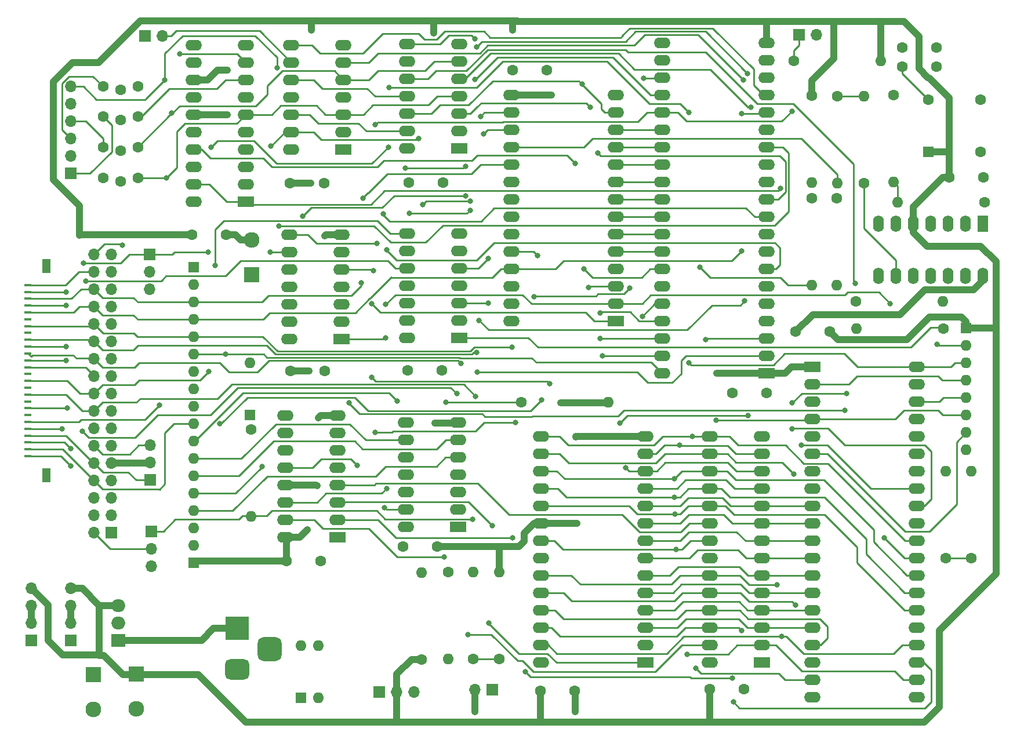
<source format=gbr>
%TF.GenerationSoftware,KiCad,Pcbnew,9.0.4*%
%TF.CreationDate,2025-09-17T13:48:32-04:00*%
%TF.ProjectId,C1581i,43313538-3169-42e6-9b69-6361645f7063,PROTO 2*%
%TF.SameCoordinates,Original*%
%TF.FileFunction,Copper,L1,Top*%
%TF.FilePolarity,Positive*%
%FSLAX46Y46*%
G04 Gerber Fmt 4.6, Leading zero omitted, Abs format (unit mm)*
G04 Created by KiCad (PCBNEW 9.0.4) date 2025-09-17 13:48:32*
%MOMM*%
%LPD*%
G01*
G04 APERTURE LIST*
G04 Aperture macros list*
%AMRoundRect*
0 Rectangle with rounded corners*
0 $1 Rounding radius*
0 $2 $3 $4 $5 $6 $7 $8 $9 X,Y pos of 4 corners*
0 Add a 4 corners polygon primitive as box body*
4,1,4,$2,$3,$4,$5,$6,$7,$8,$9,$2,$3,0*
0 Add four circle primitives for the rounded corners*
1,1,$1+$1,$2,$3*
1,1,$1+$1,$4,$5*
1,1,$1+$1,$6,$7*
1,1,$1+$1,$8,$9*
0 Add four rect primitives between the rounded corners*
20,1,$1+$1,$2,$3,$4,$5,0*
20,1,$1+$1,$4,$5,$6,$7,0*
20,1,$1+$1,$6,$7,$8,$9,0*
20,1,$1+$1,$8,$9,$2,$3,0*%
G04 Aperture macros list end*
%TA.AperFunction,ComponentPad*%
%ADD10C,1.600000*%
%TD*%
%TA.AperFunction,SMDPad,CuDef*%
%ADD11R,1.000000X0.400000*%
%TD*%
%TA.AperFunction,SMDPad,CuDef*%
%ADD12R,1.300000X2.000000*%
%TD*%
%TA.AperFunction,ComponentPad*%
%ADD13R,2.400000X1.600000*%
%TD*%
%TA.AperFunction,ComponentPad*%
%ADD14O,2.400000X1.600000*%
%TD*%
%TA.AperFunction,ComponentPad*%
%ADD15O,1.600000X1.600000*%
%TD*%
%TA.AperFunction,ComponentPad*%
%ADD16R,1.600000X1.600000*%
%TD*%
%TA.AperFunction,ComponentPad*%
%ADD17R,2.300000X2.300000*%
%TD*%
%TA.AperFunction,ComponentPad*%
%ADD18C,2.300000*%
%TD*%
%TA.AperFunction,ComponentPad*%
%ADD19R,1.700000X1.700000*%
%TD*%
%TA.AperFunction,ComponentPad*%
%ADD20O,1.700000X1.700000*%
%TD*%
%TA.AperFunction,ComponentPad*%
%ADD21R,2.000000X1.905000*%
%TD*%
%TA.AperFunction,ComponentPad*%
%ADD22O,2.000000X1.905000*%
%TD*%
%TA.AperFunction,ComponentPad*%
%ADD23R,1.600000X2.400000*%
%TD*%
%TA.AperFunction,ComponentPad*%
%ADD24O,1.600000X2.400000*%
%TD*%
%TA.AperFunction,ComponentPad*%
%ADD25R,3.500000X3.500000*%
%TD*%
%TA.AperFunction,ComponentPad*%
%ADD26RoundRect,0.750000X1.000000X-0.750000X1.000000X0.750000X-1.000000X0.750000X-1.000000X-0.750000X0*%
%TD*%
%TA.AperFunction,ComponentPad*%
%ADD27RoundRect,0.875000X0.875000X-0.875000X0.875000X0.875000X-0.875000X0.875000X-0.875000X-0.875000X0*%
%TD*%
%TA.AperFunction,ViaPad*%
%ADD28C,0.800000*%
%TD*%
%TA.AperFunction,Conductor*%
%ADD29C,0.250000*%
%TD*%
%TA.AperFunction,Conductor*%
%ADD30C,1.000000*%
%TD*%
G04 APERTURE END LIST*
D10*
%TO.P,EM2,3,3*%
%TO.N,Net-(CN7-Pin_3)*%
X106725000Y-48370000D03*
%TO.P,EM2,2,2*%
%TO.N,GND*%
X109265000Y-48878000D03*
%TO.P,EM2,1,1*%
%TO.N,Net-(J6-Pin_1)*%
X111805000Y-48370000D03*
%TD*%
D11*
%TO.P,J4,1,Pin_1*%
%TO.N,5V*%
X95756800Y-102374000D03*
%TO.P,J4,2,Pin_2*%
%TO.N,INDEX*%
X95756800Y-101374000D03*
%TO.P,J4,3,Pin_3*%
%TO.N,5V*%
X95756800Y-100374000D03*
%TO.P,J4,4,Pin_4*%
%TO.N,SELECT0*%
X95756800Y-99374000D03*
%TO.P,J4,5,Pin_5*%
%TO.N,5V*%
X95756800Y-98374000D03*
%TO.P,J4,6,Pin_6*%
%TO.N,~{DISKCHANGE}*%
X95756800Y-97374000D03*
%TO.P,J4,7,Pin_7*%
%TO.N,unconnected-(J4-Pin_7-Pad7)*%
X95756800Y-96374000D03*
%TO.P,J4,8,Pin_8*%
%TO.N,~{RDY}*%
X95756800Y-95374000D03*
%TO.P,J4,9,Pin_9*%
%TO.N,DENSITY*%
X95756800Y-94374000D03*
%TO.P,J4,10,Pin_10*%
%TO.N,MOTOREN*%
X95756800Y-93374000D03*
%TO.P,J4,11,Pin_11*%
%TO.N,unconnected-(J4-Pin_11-Pad11)*%
X95756800Y-92374000D03*
%TO.P,J4,12,Pin_12*%
%TO.N,DIRECTION*%
X95756800Y-91374000D03*
%TO.P,J4,13,Pin_13*%
%TO.N,unconnected-(J4-Pin_13-Pad13)*%
X95756800Y-90374000D03*
%TO.P,J4,14,Pin_14*%
%TO.N,STEP*%
X95756800Y-89374000D03*
%TO.P,J4,15,Pin_15*%
%TO.N,GND*%
X95756800Y-88374000D03*
%TO.P,J4,16,Pin_16*%
%TO.N,WRITEDATA*%
X95756800Y-87374000D03*
%TO.P,J4,17,Pin_17*%
%TO.N,GND*%
X95756800Y-86374000D03*
%TO.P,J4,18,Pin_18*%
%TO.N,WRITEGATE*%
X95756800Y-85374000D03*
%TO.P,J4,19,Pin_19*%
%TO.N,unconnected-(J4-Pin_19-Pad19)*%
X95756800Y-84374000D03*
%TO.P,J4,20,Pin_20*%
%TO.N,TRACK00*%
X95756800Y-83374000D03*
%TO.P,J4,21,Pin_21*%
%TO.N,unconnected-(J4-Pin_21-Pad21)*%
X95756800Y-82374000D03*
%TO.P,J4,22,Pin_22*%
%TO.N,WRITEPROTECT*%
X95756800Y-81374000D03*
%TO.P,J4,23,Pin_23*%
%TO.N,GND*%
X95756800Y-80374000D03*
%TO.P,J4,24,Pin_24*%
%TO.N,READDATA*%
X95756800Y-79374000D03*
%TO.P,J4,25,Pin_25*%
%TO.N,GND*%
X95756800Y-78374000D03*
%TO.P,J4,26,Pin_26*%
%TO.N,SIDESELECT*%
X95756800Y-77374000D03*
D12*
%TO.P,J4,MP*%
%TO.N,N/C*%
X98456800Y-105174000D03*
X98456800Y-74574000D03*
%TD*%
D13*
%TO.P,U12,1*%
%TO.N,ACTLED*%
X158790000Y-57440000D03*
D14*
%TO.P,U12,2*%
%TO.N,Net-(R13-Pad1)*%
X158790000Y-54900000D03*
%TO.P,U12,3*%
%TO.N,DATA_OUT*%
X158790000Y-52360000D03*
%TO.P,U12,4*%
%TO.N,DATA*%
X158790000Y-49820000D03*
%TO.P,U12,5*%
%TO.N,CLK_OUT*%
X158790000Y-47280000D03*
%TO.P,U12,6*%
%TO.N,SLOW_CLK*%
X158790000Y-44740000D03*
%TO.P,U12,7,GND*%
%TO.N,GND*%
X158790000Y-42200000D03*
%TO.P,U12,8*%
%TO.N,Net-(R12-Pad2)*%
X151170000Y-42200000D03*
%TO.P,U12,9*%
%TO.N,POWERLED*%
X151170000Y-44740000D03*
%TO.P,U12,10*%
%TO.N,Net-(D1-A)*%
X151170000Y-47280000D03*
%TO.P,U12,11*%
%TO.N,Net-(U12-Pad11)*%
X151170000Y-49820000D03*
%TO.P,U12,12*%
%TO.N,~{RESET}*%
X151170000Y-52360000D03*
%TO.P,U12,13*%
%TO.N,Net-(U12-Pad13)*%
X151170000Y-54900000D03*
%TO.P,U12,14,VCC*%
%TO.N,5V*%
X151170000Y-57440000D03*
%TD*%
D10*
%TO.P,C14,1*%
%TO.N,Net-(X1-Vcc)*%
X223470000Y-42690000D03*
%TO.P,C14,2*%
%TO.N,GND*%
X228470000Y-42690000D03*
%TD*%
%TO.P,C5,1*%
%TO.N,5V*%
X198660000Y-93130000D03*
%TO.P,C5,2*%
%TO.N,GND*%
X203660000Y-93130000D03*
%TD*%
%TO.P,FB3,1*%
%TO.N,Net-(U10-Q1)*%
X217810000Y-62460000D03*
D15*
%TO.P,FB3,2*%
%TO.N,Net-(FB3-Pad2)*%
X217810000Y-49760000D03*
%TD*%
D16*
%TO.P,RP1,1,R1*%
%TO.N,5V*%
X120010000Y-74780000D03*
D15*
%TO.P,RP1,2,R1.2*%
%TO.N,~{RDY}*%
X120010000Y-77320000D03*
%TO.P,RP1,3,R2.2*%
%TO.N,READDATA*%
X120010000Y-79860000D03*
%TO.P,RP1,4,R3.2*%
%TO.N,WRITEPROTECT*%
X120010000Y-82400000D03*
%TO.P,RP1,5,R4.2*%
%TO.N,TRACK00*%
X120010000Y-84940000D03*
%TO.P,RP1,6,R5.2*%
%TO.N,CNT*%
X120010000Y-87480000D03*
%TO.P,RP1,7,R6.2*%
%TO.N,SP*%
X120010000Y-90020000D03*
%TO.P,RP1,8,R7.2*%
%TO.N,SLOW_CLK*%
X120010000Y-92560000D03*
%TO.P,RP1,9,R8.2*%
%TO.N,~{DRV_RESET}*%
X120010000Y-95100000D03*
%TD*%
D17*
%TO.P,C91,1*%
%TO.N,5V*%
X111590000Y-134230000D03*
D18*
%TO.P,C91,2*%
%TO.N,GND*%
X111590000Y-139310000D03*
%TD*%
D19*
%TO.P,J2,1,Pin_1*%
%TO.N,~{DISKCHANGE}*%
X113800000Y-113350000D03*
D20*
%TO.P,J2,2,Pin_2*%
%TO.N,FD_PIN2*%
X113800000Y-115890000D03*
%TO.P,J2,3,Pin_3*%
%TO.N,unconnected-(J2-Pin_3-Pad3)*%
X113800000Y-118430000D03*
%TD*%
D16*
%TO.P,D1,1,K*%
%TO.N,5V*%
X128220000Y-96380000D03*
D15*
%TO.P,D1,2,A*%
%TO.N,Net-(D1-A)*%
X128220000Y-88760000D03*
%TD*%
D10*
%TO.P,EM3,1,1*%
%TO.N,DATA*%
X111835000Y-61692000D03*
%TO.P,EM3,2,2*%
%TO.N,GND*%
X109295000Y-62200000D03*
%TO.P,EM3,3,3*%
%TO.N,Net-(CN7-Pin_5)*%
X106755000Y-61692000D03*
%TD*%
%TO.P,C10,1*%
%TO.N,5V*%
X230260000Y-61650000D03*
%TO.P,C10,2*%
%TO.N,GND*%
X235260000Y-61650000D03*
%TD*%
%TO.P,C1,1*%
%TO.N,5V*%
X212850000Y-84190000D03*
%TO.P,C1,2*%
%TO.N,GND*%
X207850000Y-84190000D03*
%TD*%
%TO.P,R2,1*%
%TO.N,5V*%
X128371600Y-98501200D03*
D15*
%TO.P,R2,2*%
%TO.N,~{DISKCHANGE}*%
X128371600Y-111201200D03*
%TD*%
D10*
%TO.P,R5,1*%
%TO.N,Net-(JP1-A)*%
X207590000Y-44590000D03*
D15*
%TO.P,R5,2*%
%TO.N,5V*%
X220290000Y-44590000D03*
%TD*%
D10*
%TO.P,EM4,1,1*%
%TO.N,SLOW_CLK*%
X111834999Y-57230000D03*
%TO.P,EM4,2,2*%
%TO.N,GND*%
X109294999Y-57738000D03*
%TO.P,EM4,3,3*%
%TO.N,Net-(CN7-Pin_4)*%
X106754999Y-57230000D03*
%TD*%
%TO.P,R1,1*%
%TO.N,Net-(FB1-Pad1)*%
X233500000Y-117260000D03*
D15*
%TO.P,R1,2*%
%TO.N,R{slash}~{W}*%
X233500000Y-104560000D03*
%TD*%
D19*
%TO.P,J3,1,Pin_1*%
%TO.N,SELECT0*%
X113650000Y-105875000D03*
D20*
%TO.P,J3,2,Pin_2*%
%TO.N,GND*%
X113650000Y-103335000D03*
%TO.P,J3,3,Pin_3*%
%TO.N,SELECT1*%
X113650000Y-100795000D03*
%TD*%
D10*
%TO.P,C3,1*%
%TO.N,5V*%
X195330000Y-136410000D03*
%TO.P,C3,2*%
%TO.N,GND*%
X200330000Y-136410000D03*
%TD*%
D19*
%TO.P,J1,1,Pin_1*%
%TO.N,~{RDY}*%
X113570000Y-72900000D03*
D20*
%TO.P,J1,2,Pin_2*%
%TO.N,FD_PIN34*%
X113570000Y-75440000D03*
%TO.P,J1,3,Pin_3*%
%TO.N,~{DISKCHANGE}*%
X113570000Y-77980000D03*
%TD*%
D19*
%TO.P,J5,1,Pin_1*%
%TO.N,Net-(J5-Pin_1)*%
X163590000Y-136470000D03*
D20*
%TO.P,J5,2,Pin_2*%
%TO.N,GND*%
X161050000Y-136470000D03*
%TD*%
D10*
%TO.P,R10,1*%
%TO.N,PHI0*%
X229410000Y-83720000D03*
D15*
%TO.P,R10,2*%
%TO.N,Net-(FB5-Pad1)*%
X216710000Y-83720000D03*
%TD*%
D17*
%TO.P,C20,1*%
%TO.N,Net-(D1-A)*%
X128480000Y-75890000D03*
D18*
%TO.P,C20,2*%
%TO.N,GND*%
X128480000Y-70810000D03*
%TD*%
D10*
%TO.P,C15,1*%
%TO.N,Net-(X1-Vcc)*%
X223470000Y-45460000D03*
%TO.P,C15,2*%
%TO.N,GND*%
X228470000Y-45460000D03*
%TD*%
D17*
%TO.P,C90,1*%
%TO.N,12V*%
X105370000Y-134270000D03*
D18*
%TO.P,C90,2*%
%TO.N,GND*%
X105370000Y-139350000D03*
%TD*%
D10*
%TO.P,FB1,1*%
%TO.N,Net-(FB1-Pad1)*%
X229760000Y-117240000D03*
D15*
%TO.P,FB1,2*%
%TO.N,Net-(U1-R{slash}~{W})*%
X229760000Y-104540000D03*
%TD*%
D13*
%TO.P,U3,1,A14*%
%TO.N,A14*%
X202950000Y-132530000D03*
D14*
%TO.P,U3,2,A12*%
%TO.N,A12*%
X202950000Y-129990000D03*
%TO.P,U3,3,A7*%
%TO.N,A7*%
X202950000Y-127450000D03*
%TO.P,U3,4,A6*%
%TO.N,A6*%
X202950000Y-124910000D03*
%TO.P,U3,5,A5*%
%TO.N,A5*%
X202950000Y-122370000D03*
%TO.P,U3,6,A4*%
%TO.N,A4*%
X202950000Y-119830000D03*
%TO.P,U3,7,A3*%
%TO.N,A3*%
X202950000Y-117290000D03*
%TO.P,U3,8,A2*%
%TO.N,A2*%
X202950000Y-114750000D03*
%TO.P,U3,9,A1*%
%TO.N,A1*%
X202950000Y-112210000D03*
%TO.P,U3,10,A0*%
%TO.N,A0*%
X202950000Y-109670000D03*
%TO.P,U3,11,D0*%
%TO.N,D0*%
X202950000Y-107130000D03*
%TO.P,U3,12,D1*%
%TO.N,D1*%
X202950000Y-104590000D03*
%TO.P,U3,13,D2*%
%TO.N,D2*%
X202950000Y-102050000D03*
%TO.P,U3,14,GND*%
%TO.N,GND*%
X202950000Y-99510000D03*
%TO.P,U3,15,D3*%
%TO.N,D3*%
X195330000Y-99510000D03*
%TO.P,U3,16,D4*%
%TO.N,D4*%
X195330000Y-102050000D03*
%TO.P,U3,17,D5*%
%TO.N,D5*%
X195330000Y-104590000D03*
%TO.P,U3,18,D6*%
%TO.N,D6*%
X195330000Y-107130000D03*
%TO.P,U3,19,D7*%
%TO.N,D7*%
X195330000Y-109670000D03*
%TO.P,U3,20,~{CE}*%
%TO.N,~{RAM_OE}*%
X195330000Y-112210000D03*
%TO.P,U3,21,A10*%
%TO.N,A10*%
X195330000Y-114750000D03*
%TO.P,U3,22,~{OE}*%
%TO.N,~{RAM_OE}*%
X195330000Y-117290000D03*
%TO.P,U3,23,A11*%
%TO.N,A11*%
X195330000Y-119830000D03*
%TO.P,U3,24,A9*%
%TO.N,A9*%
X195330000Y-122370000D03*
%TO.P,U3,25,A8*%
%TO.N,A8*%
X195330000Y-124910000D03*
%TO.P,U3,26,A13*%
%TO.N,A13*%
X195330000Y-127450000D03*
%TO.P,U3,27,~{WE}*%
%TO.N,~{RAMWE}*%
X195330000Y-129990000D03*
%TO.P,U3,28,VCC*%
%TO.N,5V*%
X195330000Y-132530000D03*
%TD*%
D10*
%TO.P,R14,1*%
%TO.N,RED_LED*%
X164580000Y-132010000D03*
D15*
%TO.P,R14,2*%
%TO.N,GND*%
X164580000Y-119310000D03*
%TD*%
D16*
%TO.P,SW1,1*%
%TO.N,GND*%
X135636000Y-137668000D03*
D15*
%TO.P,SW1,2*%
X138176000Y-137668000D03*
%TO.P,SW1,3*%
%TO.N,Net-(U5-PA4)*%
X138176000Y-130048000D03*
%TO.P,SW1,4*%
%TO.N,Net-(U5-PA3)*%
X135636000Y-130048000D03*
%TD*%
D10*
%TO.P,FB2,1*%
%TO.N,Net-(FB2-Pad1)*%
X213870000Y-64680000D03*
D15*
%TO.P,FB2,2*%
%TO.N,Net-(U1-02)*%
X213870000Y-77380000D03*
%TD*%
D10*
%TO.P,C11,1*%
%TO.N,5V*%
X150570000Y-115560000D03*
%TO.P,C11,2*%
%TO.N,GND*%
X155570000Y-115560000D03*
%TD*%
%TO.P,R12,1*%
%TO.N,RED_LED*%
X160820000Y-132010000D03*
D15*
%TO.P,R12,2*%
%TO.N,Net-(R12-Pad2)*%
X160820000Y-119310000D03*
%TD*%
D13*
%TO.P,U13,1,OEa*%
%TO.N,FAST_SER_DIR*%
X127560000Y-65170000D03*
D14*
%TO.P,U13,2,I0a*%
%TO.N,GND*%
X127560000Y-62630000D03*
%TO.P,U13,3,O3b*%
%TO.N,Net-(RP11F-R6.2)*%
X127560000Y-60090000D03*
%TO.P,U13,4,I1a*%
%TO.N,GND*%
X127560000Y-57550000D03*
%TO.P,U13,5,O2b*%
%TO.N,unconnected-(U13-O2b-Pad5)*%
X127560000Y-55010000D03*
%TO.P,U13,6,I2a*%
%TO.N,DATA*%
X127560000Y-52470000D03*
%TO.P,U13,7,O1b*%
%TO.N,unconnected-(U13-O1b-Pad7)*%
X127560000Y-49930000D03*
%TO.P,U13,8,I3a*%
%TO.N,FAST_CLK*%
X127560000Y-47390000D03*
%TO.P,U13,9,O0b*%
%TO.N,Net-(RP11C-R3.2)*%
X127560000Y-44850000D03*
%TO.P,U13,10,GND*%
%TO.N,GND*%
X127560000Y-42310000D03*
%TO.P,U13,11,I0b*%
%TO.N,CNT*%
X119940000Y-42310000D03*
%TO.P,U13,12,O3a*%
X119940000Y-44850000D03*
%TO.P,U13,13,I1b*%
%TO.N,GND*%
X119940000Y-47390000D03*
%TO.P,U13,14,O2a*%
%TO.N,SP*%
X119940000Y-49930000D03*
%TO.P,U13,15,I2b*%
%TO.N,GND*%
X119940000Y-52470000D03*
%TO.P,U13,16,O1a*%
%TO.N,unconnected-(U13-O1a-Pad16)*%
X119940000Y-55010000D03*
%TO.P,U13,17,I3b*%
%TO.N,SP*%
X119940000Y-57550000D03*
%TO.P,U13,18,O0a*%
%TO.N,unconnected-(U13-O0a-Pad18)*%
X119940000Y-60090000D03*
%TO.P,U13,19,OEb*%
%TO.N,FAST_SER_DIR*%
X119940000Y-62630000D03*
%TO.P,U13,20,VCC*%
%TO.N,5V*%
X119940000Y-65170000D03*
%TD*%
D21*
%TO.P,U90,1,IN*%
%TO.N,12V*%
X108966000Y-129286000D03*
D22*
%TO.P,U90,2,GND*%
%TO.N,GND*%
X108966000Y-126746000D03*
%TO.P,U90,3,OUT*%
%TO.N,5V*%
X108966000Y-124206000D03*
%TD*%
D19*
%TO.P,J6,1,Pin_1*%
%TO.N,Net-(J6-Pin_1)*%
X112903000Y-40970200D03*
D20*
%TO.P,J6,2,Pin_2*%
%TO.N,~{ATN}*%
X115443000Y-40970200D03*
%TD*%
D10*
%TO.P,C8,1*%
%TO.N,5V*%
X151210000Y-89860000D03*
%TO.P,C8,2*%
%TO.N,GND*%
X156210000Y-89860000D03*
%TD*%
D19*
%TO.P,CN2,1,Pin_1*%
%TO.N,GND*%
X107970000Y-113540000D03*
D20*
%TO.P,CN2,2,Pin_2*%
%TO.N,FD_PIN2*%
X105430000Y-113540000D03*
%TO.P,CN2,3,Pin_3*%
%TO.N,GND*%
X107970000Y-111000000D03*
%TO.P,CN2,4,Pin_4*%
%TO.N,unconnected-(CN2-Pin_4-Pad4)*%
X105430000Y-111000000D03*
%TO.P,CN2,5,Pin_5*%
%TO.N,GND*%
X107970000Y-108460000D03*
%TO.P,CN2,6,Pin_6*%
%TO.N,unconnected-(CN2-Pin_6-Pad6)*%
X105430000Y-108460000D03*
%TO.P,CN2,7,Pin_7*%
%TO.N,GND*%
X107970000Y-105920000D03*
%TO.P,CN2,8,Pin_8*%
%TO.N,INDEX*%
X105430000Y-105920000D03*
%TO.P,CN2,9,Pin_9*%
%TO.N,GND*%
X107970000Y-103380000D03*
%TO.P,CN2,10,Pin_10*%
%TO.N,SELECT0*%
X105430000Y-103380000D03*
%TO.P,CN2,11,Pin_11*%
%TO.N,GND*%
X107970000Y-100840000D03*
%TO.P,CN2,12,Pin_12*%
%TO.N,SELECT1*%
X105430000Y-100840000D03*
%TO.P,CN2,13,Pin_13*%
%TO.N,GND*%
X107970000Y-98300000D03*
%TO.P,CN2,14,Pin_14*%
%TO.N,unconnected-(CN2-Pin_14-Pad14)*%
X105430000Y-98300000D03*
%TO.P,CN2,15,Pin_15*%
%TO.N,GND*%
X107970000Y-95760000D03*
%TO.P,CN2,16,Pin_16*%
%TO.N,MOTOREN*%
X105430000Y-95760000D03*
%TO.P,CN2,17,Pin_17*%
%TO.N,GND*%
X107970000Y-93220000D03*
%TO.P,CN2,18,Pin_18*%
%TO.N,DIRECTION*%
X105430000Y-93220000D03*
%TO.P,CN2,19,Pin_19*%
%TO.N,GND*%
X107970000Y-90680000D03*
%TO.P,CN2,20,Pin_20*%
%TO.N,STEP*%
X105430000Y-90680000D03*
%TO.P,CN2,21,Pin_21*%
%TO.N,GND*%
X107970000Y-88140000D03*
%TO.P,CN2,22,Pin_22*%
%TO.N,WRITEDATA*%
X105430000Y-88140000D03*
%TO.P,CN2,23,Pin_23*%
%TO.N,GND*%
X107970000Y-85600000D03*
%TO.P,CN2,24,Pin_24*%
%TO.N,WRITEGATE*%
X105430000Y-85600000D03*
%TO.P,CN2,25,Pin_25*%
%TO.N,GND*%
X107970000Y-83060000D03*
%TO.P,CN2,26,Pin_26*%
%TO.N,TRACK00*%
X105430000Y-83060000D03*
%TO.P,CN2,27,Pin_27*%
%TO.N,GND*%
X107970000Y-80520000D03*
%TO.P,CN2,28,Pin_28*%
%TO.N,WRITEPROTECT*%
X105430000Y-80520000D03*
%TO.P,CN2,29,Pin_29*%
%TO.N,GND*%
X107970000Y-77980000D03*
%TO.P,CN2,30,Pin_30*%
%TO.N,READDATA*%
X105430000Y-77980000D03*
%TO.P,CN2,31,Pin_31*%
%TO.N,GND*%
X107970000Y-75440000D03*
%TO.P,CN2,32,Pin_32*%
%TO.N,SIDESELECT*%
X105430000Y-75440000D03*
%TO.P,CN2,33,Pin_33*%
%TO.N,GND*%
X107970000Y-72900000D03*
%TO.P,CN2,34,Pin_34*%
%TO.N,FD_PIN34*%
X105430000Y-72900000D03*
%TD*%
D23*
%TO.P,U10,1,CP1..3*%
%TO.N,Net-(U10-CP1..3)*%
X235210000Y-68380000D03*
D24*
%TO.P,U10,2,R0(1)*%
%TO.N,GND*%
X232670000Y-68380000D03*
%TO.P,U10,3,R0(2)*%
X230130000Y-68380000D03*
%TO.P,U10,4*%
%TO.N,N/C*%
X227590000Y-68380000D03*
%TO.P,U10,5,VCC*%
%TO.N,5V*%
X225050000Y-68380000D03*
%TO.P,U10,6*%
%TO.N,N/C*%
X222510000Y-68380000D03*
%TO.P,U10,7*%
X219970000Y-68380000D03*
%TO.P,U10,8,Q2*%
%TO.N,unconnected-(U10-Q2-Pad8)*%
X219970000Y-76000000D03*
%TO.P,U10,9,Q1*%
%TO.N,Net-(U10-Q1)*%
X222510000Y-76000000D03*
%TO.P,U10,10,GND*%
%TO.N,GND*%
X225050000Y-76000000D03*
%TO.P,U10,11,Q3*%
%TO.N,Net-(U10-Q3)*%
X227590000Y-76000000D03*
%TO.P,U10,12,Q0*%
%TO.N,unconnected-(U10-Q0-Pad12)*%
X230130000Y-76000000D03*
%TO.P,U10,13*%
%TO.N,N/C*%
X232670000Y-76000000D03*
%TO.P,U10,14,CP0*%
%TO.N,GND*%
X235210000Y-76000000D03*
%TD*%
D19*
%TO.P,CN1,1,Pin_1*%
%TO.N,12V*%
X102006400Y-129286000D03*
D20*
%TO.P,CN1,2,Pin_2*%
%TO.N,GND*%
X102006400Y-126746000D03*
%TO.P,CN1,3,Pin_3*%
X102006400Y-124206000D03*
%TO.P,CN1,4,Pin_4*%
%TO.N,5V*%
X102006400Y-121666000D03*
%TD*%
D19*
%TO.P,JP1,1,A*%
%TO.N,Net-(JP1-A)*%
X208340000Y-40790000D03*
D20*
%TO.P,JP1,2,B*%
%TO.N,PHI2*%
X210880000Y-40790000D03*
%TD*%
D10*
%TO.P,FB5,1*%
%TO.N,Net-(FB5-Pad1)*%
X216630000Y-79760000D03*
D15*
%TO.P,FB5,2*%
%TO.N,Net-(U10-Q3)*%
X229330000Y-79760000D03*
%TD*%
D10*
%TO.P,R4,1*%
%TO.N,Net-(U6B-E)*%
X167800000Y-94480000D03*
D15*
%TO.P,R4,2*%
%TO.N,5V*%
X180500000Y-94480000D03*
%TD*%
D10*
%TO.P,R13,1*%
%TO.N,Net-(R13-Pad1)*%
X157120000Y-119320000D03*
D15*
%TO.P,R13,2*%
%TO.N,GREEN_LED*%
X157120000Y-132020000D03*
%TD*%
D10*
%TO.P,C4,1*%
%TO.N,5V*%
X166520000Y-46010000D03*
%TO.P,C4,2*%
%TO.N,GND*%
X171520000Y-46010000D03*
%TD*%
%TO.P,FB6,1*%
%TO.N,5V*%
X210210000Y-49700000D03*
D15*
%TO.P,FB6,2*%
%TO.N,Net-(X1-Vcc)*%
X210210000Y-62400000D03*
%TD*%
D10*
%TO.P,C9,1*%
%TO.N,5V*%
X134020000Y-62520000D03*
%TO.P,C9,2*%
%TO.N,GND*%
X139020000Y-62520000D03*
%TD*%
D13*
%TO.P,U4,1,~{CS}*%
%TO.N,~{WD_CS}*%
X181580000Y-82640000D03*
D14*
%TO.P,U4,2,R/~{W}*%
%TO.N,R{slash}~{W}*%
X181580000Y-80100000D03*
%TO.P,U4,3,A0*%
%TO.N,A0*%
X181580000Y-77560000D03*
%TO.P,U4,4,A1*%
%TO.N,A1*%
X181580000Y-75020000D03*
%TO.P,U4,5,D0*%
%TO.N,D0*%
X181580000Y-72480000D03*
%TO.P,U4,6,D1*%
%TO.N,D1*%
X181580000Y-69940000D03*
%TO.P,U4,7,D2*%
%TO.N,D2*%
X181580000Y-67400000D03*
%TO.P,U4,8,D3*%
%TO.N,D3*%
X181580000Y-64860000D03*
%TO.P,U4,9,D4*%
%TO.N,D4*%
X181580000Y-62320000D03*
%TO.P,U4,10,D5*%
%TO.N,D5*%
X181580000Y-59780000D03*
%TO.P,U4,11,D6*%
%TO.N,D6*%
X181580000Y-57240000D03*
%TO.P,U4,12,D7*%
%TO.N,D7*%
X181580000Y-54700000D03*
%TO.P,U4,13,~{RES}*%
%TO.N,~{RESET}*%
X181580000Y-52160000D03*
%TO.P,U4,14,GND*%
%TO.N,GND*%
X181580000Y-49620000D03*
%TO.P,U4,15,VCC*%
%TO.N,5V*%
X166340000Y-49620000D03*
%TO.P,U4,16,STEP*%
%TO.N,Net-(U4-STEP)*%
X166340000Y-52160000D03*
%TO.P,U4,17,DIRC*%
%TO.N,Net-(U4-DIRC)*%
X166340000Y-54700000D03*
%TO.P,U4,18,CLK*%
%TO.N,FDC_CLOCK*%
X166340000Y-57240000D03*
%TO.P,U4,19,~{RD}*%
%TO.N,READDATA*%
X166340000Y-59780000D03*
%TO.P,U4,20,MO*%
%TO.N,unconnected-(U4-MO-Pad20)*%
X166340000Y-62320000D03*
%TO.P,U4,21,WG*%
%TO.N,Net-(U4-WG)*%
X166340000Y-64860000D03*
%TO.P,U4,22,WD*%
%TO.N,Net-(U4-WD)*%
X166340000Y-67400000D03*
%TO.P,U4,23,~{TR00}*%
%TO.N,TRACK00*%
X166340000Y-69940000D03*
%TO.P,U4,24,~{IP}*%
%TO.N,INDEX*%
X166340000Y-72480000D03*
%TO.P,U4,25,~{WPRT}*%
%TO.N,WRITEPROTECT*%
X166340000Y-75020000D03*
%TO.P,U4,26,~{DDEN}*%
%TO.N,unconnected-(U4-~{DDEN}-Pad26)*%
X166340000Y-77560000D03*
%TO.P,U4,27,DRQ*%
%TO.N,unconnected-(U4-DRQ-Pad27)*%
X166340000Y-80100000D03*
%TO.P,U4,28,INTRQ*%
%TO.N,unconnected-(U4-INTRQ-Pad28)*%
X166340000Y-82640000D03*
%TD*%
D10*
%TO.P,EM1,1,1*%
%TO.N,FAST_CLK*%
X111825000Y-52730000D03*
%TO.P,EM1,2,2*%
%TO.N,GND*%
X109285000Y-53238000D03*
%TO.P,EM1,3,3*%
%TO.N,Net-(CN7-Pin_1)*%
X106745000Y-52730000D03*
%TD*%
%TO.P,C12,1*%
%TO.N,5V*%
X151400000Y-62410000D03*
%TO.P,C12,2*%
%TO.N,GND*%
X156400000Y-62410000D03*
%TD*%
%TO.P,C13,1*%
%TO.N,5V*%
X119690000Y-70060000D03*
%TO.P,C13,2*%
%TO.N,GND*%
X124690000Y-70060000D03*
%TD*%
%TO.P,C7,1*%
%TO.N,5V*%
X134080000Y-89890000D03*
%TO.P,C7,2*%
%TO.N,GND*%
X139080000Y-89890000D03*
%TD*%
%TO.P,C2,1*%
%TO.N,5V*%
X170620000Y-136690000D03*
%TO.P,C2,2*%
%TO.N,GND*%
X175620000Y-136690000D03*
%TD*%
%TO.P,R3,1*%
%TO.N,Net-(FB2-Pad1)*%
X210230000Y-64710000D03*
D15*
%TO.P,R3,2*%
%TO.N,PHI2*%
X210230000Y-77410000D03*
%TD*%
D19*
%TO.P,CN8,1,Pin_1*%
%TO.N,12V*%
X96276400Y-129286000D03*
D20*
%TO.P,CN8,2,Pin_2*%
%TO.N,GND*%
X96276400Y-126746000D03*
%TO.P,CN8,3,Pin_3*%
X96276400Y-124206000D03*
%TO.P,CN8,4,Pin_4*%
%TO.N,5V*%
X96276400Y-121666000D03*
%TD*%
D13*
%TO.P,U1,1,VSS*%
%TO.N,GND*%
X210340000Y-89330000D03*
D14*
%TO.P,U1,2,RDY*%
%TO.N,RDY*%
X210340000Y-91870000D03*
%TO.P,U1,3,01*%
%TO.N,unconnected-(U1-01-Pad3)*%
X210340000Y-94410000D03*
%TO.P,U1,4,~{IRQ}*%
%TO.N,~{IRQ}*%
X210340000Y-96950000D03*
%TO.P,U1,5,NC*%
%TO.N,unconnected-(U1-NC-Pad5)*%
X210340000Y-99490000D03*
%TO.P,U1,6,~{NMI}*%
%TO.N,~{NMI}*%
X210340000Y-102030000D03*
%TO.P,U1,7,SYNC*%
%TO.N,unconnected-(U1-SYNC-Pad7)*%
X210340000Y-104570000D03*
%TO.P,U1,8,Vcc*%
%TO.N,5V*%
X210340000Y-107110000D03*
%TO.P,U1,9,A0*%
%TO.N,A0*%
X210340000Y-109650000D03*
%TO.P,U1,10,A1*%
%TO.N,A1*%
X210340000Y-112190000D03*
%TO.P,U1,11,A2*%
%TO.N,A2*%
X210340000Y-114730000D03*
%TO.P,U1,12,A3*%
%TO.N,A3*%
X210340000Y-117270000D03*
%TO.P,U1,13,A4*%
%TO.N,A4*%
X210340000Y-119810000D03*
%TO.P,U1,14,A5*%
%TO.N,A5*%
X210340000Y-122350000D03*
%TO.P,U1,15,A6*%
%TO.N,A6*%
X210340000Y-124890000D03*
%TO.P,U1,16,A7*%
%TO.N,A7*%
X210340000Y-127430000D03*
%TO.P,U1,17,A8*%
%TO.N,A8*%
X210340000Y-129970000D03*
%TO.P,U1,18,A9*%
%TO.N,A9*%
X210340000Y-132510000D03*
%TO.P,U1,19,A10*%
%TO.N,A10*%
X210340000Y-135050000D03*
%TO.P,U1,20,A11*%
%TO.N,A11*%
X210340000Y-137590000D03*
%TO.P,U1,21,GND*%
%TO.N,GND*%
X225580000Y-137590000D03*
%TO.P,U1,22,A12*%
%TO.N,A12*%
X225580000Y-135050000D03*
%TO.P,U1,23,A13*%
%TO.N,A13*%
X225580000Y-132510000D03*
%TO.P,U1,24,A14*%
%TO.N,A14*%
X225580000Y-129970000D03*
%TO.P,U1,25,A15*%
%TO.N,A15*%
X225580000Y-127430000D03*
%TO.P,U1,26,D7*%
%TO.N,D7*%
X225580000Y-124890000D03*
%TO.P,U1,27,D6*%
%TO.N,D6*%
X225580000Y-122350000D03*
%TO.P,U1,28,D5*%
%TO.N,D5*%
X225580000Y-119810000D03*
%TO.P,U1,29,D4*%
%TO.N,D4*%
X225580000Y-117270000D03*
%TO.P,U1,30,D3*%
%TO.N,D3*%
X225580000Y-114730000D03*
%TO.P,U1,31,D2*%
%TO.N,D2*%
X225580000Y-112190000D03*
%TO.P,U1,32,D1*%
%TO.N,D1*%
X225580000Y-109650000D03*
%TO.P,U1,33,D0*%
%TO.N,D0*%
X225580000Y-107110000D03*
%TO.P,U1,34,R/~{W}*%
%TO.N,Net-(U1-R{slash}~{W})*%
X225580000Y-104570000D03*
%TO.P,U1,35,NC*%
%TO.N,unconnected-(U1-NC-Pad35)*%
X225580000Y-102030000D03*
%TO.P,U1,36,NC*%
%TO.N,unconnected-(U1-NC-Pad36)*%
X225580000Y-99490000D03*
%TO.P,U1,37,00*%
%TO.N,PHI0*%
X225580000Y-96950000D03*
%TO.P,U1,38,SO*%
%TO.N,S0*%
X225580000Y-94410000D03*
%TO.P,U1,39,02*%
%TO.N,Net-(U1-02)*%
X225580000Y-91870000D03*
%TO.P,U1,40,~{RESET}*%
%TO.N,~{RESET}*%
X225580000Y-89330000D03*
%TD*%
D13*
%TO.P,U7,1*%
%TO.N,R{slash}~{W}*%
X141590000Y-85270000D03*
D14*
%TO.P,U7,2*%
%TO.N,A15*%
X141590000Y-82730000D03*
%TO.P,U7,3*%
%TO.N,~{ROM_OE}*%
X141590000Y-80190000D03*
%TO.P,U7,4*%
%TO.N,Net-(U7-Pad4)*%
X141590000Y-77650000D03*
%TO.P,U7,5*%
%TO.N,PHI2*%
X141590000Y-75110000D03*
%TO.P,U7,6*%
%TO.N,~{WD_CS}*%
X141590000Y-72570000D03*
%TO.P,U7,7,GND*%
%TO.N,GND*%
X141590000Y-70030000D03*
%TO.P,U7,8*%
%TO.N,Net-(U11-Pad13)*%
X133970000Y-70030000D03*
%TO.P,U7,9*%
%TO.N,ATN_IN*%
X133970000Y-72570000D03*
%TO.P,U7,10*%
%TO.N,ATN_ACK*%
X133970000Y-75110000D03*
%TO.P,U7,11*%
%TO.N,~{FLAG}*%
X133970000Y-77650000D03*
%TO.P,U7,12*%
%TO.N,ATN_IN*%
X133970000Y-80190000D03*
%TO.P,U7,13*%
X133970000Y-82730000D03*
%TO.P,U7,14,VCC*%
%TO.N,5V*%
X133970000Y-85270000D03*
%TD*%
D10*
%TO.P,R11,1*%
%TO.N,Net-(FB3-Pad2)*%
X213920000Y-49760000D03*
D15*
%TO.P,R11,2*%
%TO.N,FDC_CLOCK*%
X213920000Y-62460000D03*
%TD*%
D19*
%TO.P,CN5,1,Pin_1*%
%TO.N,GREEN_LED*%
X147080000Y-136830000D03*
D20*
%TO.P,CN5,2,Pin_2*%
%TO.N,5V*%
X149620000Y-136830000D03*
%TO.P,CN5,3,Pin_3*%
%TO.N,RED_LED*%
X152160000Y-136830000D03*
%TD*%
D16*
%TO.P,X1,1,EN*%
%TO.N,5V*%
X227260000Y-57930000D03*
D10*
%TO.P,X1,4,GND*%
%TO.N,GND*%
X234880000Y-57930000D03*
%TO.P,X1,5,OUT*%
%TO.N,Net-(X1-OUT)*%
X234880000Y-50310000D03*
%TO.P,X1,8,Vcc*%
%TO.N,Net-(X1-Vcc)*%
X227260000Y-50310000D03*
%TD*%
D13*
%TO.P,U5,1,VSS*%
%TO.N,GND*%
X203630000Y-90290000D03*
D14*
%TO.P,U5,2,PA0*%
%TO.N,SIDE0*%
X203630000Y-87750000D03*
%TO.P,U5,3,PA1*%
%TO.N,~{RDY}*%
X203630000Y-85210000D03*
%TO.P,U5,4,PA2*%
%TO.N,~{MOTOR}*%
X203630000Y-82670000D03*
%TO.P,U5,5,PA3*%
%TO.N,Net-(U5-PA3)*%
X203630000Y-80130000D03*
%TO.P,U5,6,PA4*%
%TO.N,Net-(U5-PA4)*%
X203630000Y-77590000D03*
%TO.P,U5,7,PA5*%
%TO.N,POWERLED*%
X203630000Y-75050000D03*
%TO.P,U5,8,PA6*%
%TO.N,ACTLED*%
X203630000Y-72510000D03*
%TO.P,U5,9,PA7*%
%TO.N,~{DISKCHANGE}*%
X203630000Y-69970000D03*
%TO.P,U5,10,PB0*%
%TO.N,DATA_IN*%
X203630000Y-67430000D03*
%TO.P,U5,11,PB1*%
%TO.N,DATA_OUT*%
X203630000Y-64890000D03*
%TO.P,U5,12,PB2*%
%TO.N,CLK_IN*%
X203630000Y-62350000D03*
%TO.P,U5,13,PB3*%
%TO.N,CLK_OUT*%
X203630000Y-59810000D03*
%TO.P,U5,14,PB4*%
%TO.N,ATN_ACK*%
X203630000Y-57270000D03*
%TO.P,U5,15,PB5*%
%TO.N,FAST_SER_DIR*%
X203630000Y-54730000D03*
%TO.P,U5,16,PB6*%
%TO.N,WRITEPROTECT*%
X203630000Y-52190000D03*
%TO.P,U5,17,PB7*%
%TO.N,ATN_IN*%
X203630000Y-49650000D03*
%TO.P,U5,18,~{PC}*%
%TO.N,unconnected-(U5-~{PC}-Pad18)*%
X203630000Y-47110000D03*
%TO.P,U5,19,TOD*%
%TO.N,Net-(JP1-A)*%
X203630000Y-44570000D03*
%TO.P,U5,20,VCC*%
%TO.N,5V*%
X203630000Y-42030000D03*
%TO.P,U5,21,~{IRQ}*%
%TO.N,~{IRQ}*%
X188390000Y-42030000D03*
%TO.P,U5,22,R/~{W}*%
%TO.N,R{slash}~{W}*%
X188390000Y-44570000D03*
%TO.P,U5,23,~{CS}*%
%TO.N,~{CIA_SEL}*%
X188390000Y-47110000D03*
%TO.P,U5,24,~{FLAG}*%
%TO.N,~{FLAG}*%
X188390000Y-49650000D03*
%TO.P,U5,25,\u03D52*%
%TO.N,PHI2*%
X188390000Y-52190000D03*
%TO.P,U5,26,D7*%
%TO.N,D7*%
X188390000Y-54730000D03*
%TO.P,U5,27,D6*%
%TO.N,D6*%
X188390000Y-57270000D03*
%TO.P,U5,28,D5*%
%TO.N,D5*%
X188390000Y-59810000D03*
%TO.P,U5,29,D4*%
%TO.N,D4*%
X188390000Y-62350000D03*
%TO.P,U5,30,D3*%
%TO.N,D3*%
X188390000Y-64890000D03*
%TO.P,U5,31,D2*%
%TO.N,D2*%
X188390000Y-67430000D03*
%TO.P,U5,32,D1*%
%TO.N,D1*%
X188390000Y-69970000D03*
%TO.P,U5,33,D0*%
%TO.N,D0*%
X188390000Y-72510000D03*
%TO.P,U5,34,~{RES}*%
%TO.N,~{RESET}*%
X188390000Y-75050000D03*
%TO.P,U5,35,RS3*%
%TO.N,A3*%
X188390000Y-77590000D03*
%TO.P,U5,36,RS2*%
%TO.N,A2*%
X188390000Y-80130000D03*
%TO.P,U5,37,RS1*%
%TO.N,A1*%
X188390000Y-82670000D03*
%TO.P,U5,38,RS0*%
%TO.N,A0*%
X188390000Y-85210000D03*
%TO.P,U5,39,SP*%
%TO.N,SP*%
X188390000Y-87750000D03*
%TO.P,U5,40,CNT*%
%TO.N,CNT*%
X188390000Y-90290000D03*
%TD*%
D10*
%TO.P,C6,1*%
%TO.N,5V*%
X133530000Y-117660000D03*
%TO.P,C6,2*%
%TO.N,GND*%
X138530000Y-117660000D03*
%TD*%
D16*
%TO.P,RP2,1,R1*%
%TO.N,5V*%
X232770000Y-83660000D03*
D15*
%TO.P,RP2,2,R1.2*%
%TO.N,Net-(D1-A)*%
X232770000Y-86200000D03*
%TO.P,RP2,3,R2.2*%
%TO.N,~{RESET}*%
X232770000Y-88740000D03*
%TO.P,RP2,4,R3.2*%
%TO.N,RDY*%
X232770000Y-91280000D03*
%TO.P,RP2,5,R4.2*%
%TO.N,S0*%
X232770000Y-93820000D03*
%TO.P,RP2,6,R5.2*%
%TO.N,~{IRQ}*%
X232770000Y-96360000D03*
%TO.P,RP2,7,R6.2*%
%TO.N,~{NMI}*%
X232770000Y-98900000D03*
%TO.P,RP2,8*%
%TO.N,N/C*%
X232770000Y-101440000D03*
%TD*%
D19*
%TO.P,CN7,1,Pin_1*%
%TO.N,Net-(CN7-Pin_1)*%
X102065000Y-61078000D03*
D20*
%TO.P,CN7,2,Pin_2*%
%TO.N,GND*%
X102065000Y-58538000D03*
%TO.P,CN7,3,Pin_3*%
%TO.N,Net-(CN7-Pin_3)*%
X102065000Y-55998000D03*
%TO.P,CN7,4,Pin_4*%
%TO.N,Net-(CN7-Pin_4)*%
X102065000Y-53458000D03*
%TO.P,CN7,5,Pin_5*%
%TO.N,Net-(CN7-Pin_5)*%
X102065000Y-50918000D03*
%TO.P,CN7,6,Pin_6*%
%TO.N,~{DRV_RESET}*%
X102065000Y-48378000D03*
%TD*%
D13*
%TO.P,U6,1,E*%
%TO.N,A15*%
X140940000Y-114190000D03*
D14*
%TO.P,U6,2,A0*%
%TO.N,A13*%
X140940000Y-111650000D03*
%TO.P,U6,3,A1*%
%TO.N,A14*%
X140940000Y-109110000D03*
%TO.P,U6,4,O0*%
%TO.N,~{RAM_OE}*%
X140940000Y-106570000D03*
%TO.P,U6,5,O1*%
%TO.N,unconnected-(U6A-O1-Pad5)*%
X140940000Y-104030000D03*
%TO.P,U6,6,O2*%
%TO.N,~{CIA_SEL}*%
X140940000Y-101490000D03*
%TO.P,U6,7,O3*%
%TO.N,~{WDSEL}*%
X140940000Y-98950000D03*
%TO.P,U6,8,GND*%
%TO.N,GND*%
X140940000Y-96410000D03*
%TO.P,U6,9,O3*%
%TO.N,unconnected-(U6B-O3-Pad9)*%
X133320000Y-96410000D03*
%TO.P,U6,10,O2*%
%TO.N,unconnected-(U6B-O2-Pad10)*%
X133320000Y-98950000D03*
%TO.P,U6,11,O1*%
%TO.N,unconnected-(U6B-O1-Pad11)*%
X133320000Y-101490000D03*
%TO.P,U6,12,O0*%
%TO.N,~{RAMWE}*%
X133320000Y-104030000D03*
%TO.P,U6,13,A1*%
%TO.N,GND*%
X133320000Y-106570000D03*
%TO.P,U6,14,A0*%
%TO.N,R{slash}~{W}*%
X133320000Y-109110000D03*
%TO.P,U6,15,E*%
%TO.N,Net-(U6B-E)*%
X133320000Y-111650000D03*
%TO.P,U6,16,VCC*%
%TO.N,5V*%
X133320000Y-114190000D03*
%TD*%
D13*
%TO.P,U8,1*%
%TO.N,PHI0*%
X158730000Y-85100000D03*
D14*
%TO.P,U8,2*%
%TO.N,Net-(U6B-E)*%
X158730000Y-82560000D03*
%TO.P,U8,3*%
%TO.N,Net-(U4-WD)*%
X158730000Y-80020000D03*
%TO.P,U8,4*%
%TO.N,WRITEDATA*%
X158730000Y-77480000D03*
%TO.P,U8,5*%
%TO.N,Net-(U4-WG)*%
X158730000Y-74940000D03*
%TO.P,U8,6*%
%TO.N,WRITEGATE*%
X158730000Y-72400000D03*
%TO.P,U8,7,GND*%
%TO.N,GND*%
X158730000Y-69860000D03*
%TO.P,U8,8*%
%TO.N,DIRECTION*%
X151110000Y-69860000D03*
%TO.P,U8,9*%
%TO.N,Net-(U4-DIRC)*%
X151110000Y-72400000D03*
%TO.P,U8,10*%
%TO.N,STEP*%
X151110000Y-74940000D03*
%TO.P,U8,11*%
%TO.N,Net-(U4-STEP)*%
X151110000Y-77480000D03*
%TO.P,U8,12*%
%TO.N,unconnected-(U8-Pad12)*%
X151110000Y-80020000D03*
%TO.P,U8,13*%
%TO.N,unconnected-(U8-Pad13)*%
X151110000Y-82560000D03*
%TO.P,U8,14,VCC*%
%TO.N,5V*%
X151110000Y-85100000D03*
%TD*%
D13*
%TO.P,U2,1,A15*%
%TO.N,Net-(J5-Pin_1)*%
X185910000Y-132510000D03*
D14*
%TO.P,U2,2,A12*%
%TO.N,A12*%
X185910000Y-129970000D03*
%TO.P,U2,3,A7*%
%TO.N,A7*%
X185910000Y-127430000D03*
%TO.P,U2,4,A6*%
%TO.N,A6*%
X185910000Y-124890000D03*
%TO.P,U2,5,A5*%
%TO.N,A5*%
X185910000Y-122350000D03*
%TO.P,U2,6,A4*%
%TO.N,A4*%
X185910000Y-119810000D03*
%TO.P,U2,7,A3*%
%TO.N,A3*%
X185910000Y-117270000D03*
%TO.P,U2,8,A2*%
%TO.N,A2*%
X185910000Y-114730000D03*
%TO.P,U2,9,A1*%
%TO.N,A1*%
X185910000Y-112190000D03*
%TO.P,U2,10,A0*%
%TO.N,A0*%
X185910000Y-109650000D03*
%TO.P,U2,11,D0*%
%TO.N,D0*%
X185910000Y-107110000D03*
%TO.P,U2,12,D1*%
%TO.N,D1*%
X185910000Y-104570000D03*
%TO.P,U2,13,D2*%
%TO.N,D2*%
X185910000Y-102030000D03*
%TO.P,U2,14,GND*%
%TO.N,GND*%
X185910000Y-99490000D03*
%TO.P,U2,15,D3*%
%TO.N,D3*%
X170670000Y-99490000D03*
%TO.P,U2,16,D4*%
%TO.N,D4*%
X170670000Y-102030000D03*
%TO.P,U2,17,D5*%
%TO.N,D5*%
X170670000Y-104570000D03*
%TO.P,U2,18,D6*%
%TO.N,D6*%
X170670000Y-107110000D03*
%TO.P,U2,19,D7*%
%TO.N,D7*%
X170670000Y-109650000D03*
%TO.P,U2,20,~{CE}*%
%TO.N,GND*%
X170670000Y-112190000D03*
%TO.P,U2,21,A10*%
%TO.N,A10*%
X170670000Y-114730000D03*
%TO.P,U2,22,~{OE}*%
%TO.N,~{ROM_OE}*%
X170670000Y-117270000D03*
%TO.P,U2,23,A11*%
%TO.N,A11*%
X170670000Y-119810000D03*
%TO.P,U2,24,A9*%
%TO.N,A9*%
X170670000Y-122350000D03*
%TO.P,U2,25,A8*%
%TO.N,A8*%
X170670000Y-124890000D03*
%TO.P,U2,26,A13*%
%TO.N,A13*%
X170670000Y-127430000D03*
%TO.P,U2,27,A14*%
%TO.N,A14*%
X170670000Y-129970000D03*
%TO.P,U2,28,VCC*%
%TO.N,5V*%
X170670000Y-132510000D03*
%TD*%
D25*
%TO.P,J90,1*%
%TO.N,12V*%
X126364000Y-127556000D03*
D26*
%TO.P,J90,2*%
%TO.N,GND*%
X126364000Y-133556000D03*
D27*
%TO.P,J90,3*%
%TO.N,N/C*%
X131064000Y-130556000D03*
%TD*%
D16*
%TO.P,RP11,1,R1*%
%TO.N,5V*%
X120010000Y-117990000D03*
D15*
%TO.P,RP11,2,R1.2*%
%TO.N,unconnected-(RP11A-R1.2-Pad2)*%
X120010000Y-115450000D03*
%TO.P,RP11,3,R2.2*%
%TO.N,unconnected-(RP11B-R2.2-Pad3)*%
X120010000Y-112910000D03*
%TO.P,RP11,4,R3.2*%
%TO.N,Net-(RP11C-R3.2)*%
X120010000Y-110370000D03*
%TO.P,RP11,5,R4.2*%
%TO.N,~{ATN}*%
X120010000Y-107830000D03*
%TO.P,RP11,6,R5.2*%
%TO.N,FAST_CLK*%
X120010000Y-105290000D03*
%TO.P,RP11,7,R6.2*%
%TO.N,Net-(RP11F-R6.2)*%
X120010000Y-102750000D03*
%TO.P,RP11,8,R7.2*%
%TO.N,DATA*%
X120010000Y-100210000D03*
%TO.P,RP11,9,R8.2*%
%TO.N,INDEX*%
X120010000Y-97670000D03*
%TD*%
D10*
%TO.P,R6,1*%
%TO.N,5V*%
X153240000Y-132050000D03*
D15*
%TO.P,R6,2*%
%TO.N,Net-(J5-Pin_1)*%
X153240000Y-119350000D03*
%TD*%
D13*
%TO.P,U11,1*%
%TO.N,~{MOTOR}*%
X158600000Y-112720000D03*
D14*
%TO.P,U11,2*%
%TO.N,MOTOREN*%
X158600000Y-110180000D03*
%TO.P,U11,3*%
%TO.N,SIDE0*%
X158600000Y-107640000D03*
%TO.P,U11,4*%
%TO.N,SIDESELECT*%
X158600000Y-105100000D03*
%TO.P,U11,5*%
%TO.N,Net-(RP11C-R3.2)*%
X158600000Y-102560000D03*
%TO.P,U11,6*%
%TO.N,FAST_CLK*%
X158600000Y-100020000D03*
%TO.P,U11,7,GND*%
%TO.N,GND*%
X158600000Y-97480000D03*
%TO.P,U11,8*%
%TO.N,DATA*%
X150980000Y-97480000D03*
%TO.P,U11,9*%
%TO.N,Net-(RP11F-R6.2)*%
X150980000Y-100020000D03*
%TO.P,U11,10*%
%TO.N,unconnected-(U11-Pad10)*%
X150980000Y-102560000D03*
%TO.P,U11,11*%
%TO.N,5V*%
X150980000Y-105100000D03*
%TO.P,U11,12*%
%TO.N,DATA*%
X150980000Y-107640000D03*
%TO.P,U11,13*%
%TO.N,Net-(U11-Pad13)*%
X150980000Y-110180000D03*
%TO.P,U11,14,VCC*%
%TO.N,5V*%
X150980000Y-112720000D03*
%TD*%
D13*
%TO.P,U9,1*%
%TO.N,~{WDSEL}*%
X141860000Y-57550000D03*
D14*
%TO.P,U9,2*%
%TO.N,Net-(U7-Pad4)*%
X141860000Y-55010000D03*
%TO.P,U9,3*%
%TO.N,DATA*%
X141860000Y-52470000D03*
%TO.P,U9,4*%
%TO.N,DATA_IN*%
X141860000Y-49930000D03*
%TO.P,U9,5*%
%TO.N,SLOW_CLK*%
X141860000Y-47390000D03*
%TO.P,U9,6*%
%TO.N,CLK_IN*%
X141860000Y-44850000D03*
%TO.P,U9,7,GND*%
%TO.N,GND*%
X141860000Y-42310000D03*
%TO.P,U9,8*%
%TO.N,ATN_IN*%
X134240000Y-42310000D03*
%TO.P,U9,9*%
%TO.N,~{ATN}*%
X134240000Y-44850000D03*
%TO.P,U9,10*%
%TO.N,Net-(U12-Pad11)*%
X134240000Y-47390000D03*
%TO.P,U9,11*%
%TO.N,~{DRV_RESET}*%
X134240000Y-49930000D03*
%TO.P,U9,12*%
%TO.N,Net-(U12-Pad13)*%
X134240000Y-52470000D03*
%TO.P,U9,13*%
%TO.N,Net-(D1-A)*%
X134240000Y-55010000D03*
%TO.P,U9,14,VCC*%
%TO.N,5V*%
X134240000Y-57550000D03*
%TD*%
D10*
%TO.P,R9,1*%
%TO.N,Net-(U10-CP1..3)*%
X235480000Y-65280000D03*
D15*
%TO.P,R9,2*%
%TO.N,Net-(FB4-Pad2)*%
X222780000Y-65280000D03*
%TD*%
D10*
%TO.P,FB4,1*%
%TO.N,Net-(X1-OUT)*%
X222140000Y-49610000D03*
D15*
%TO.P,FB4,2*%
%TO.N,Net-(FB4-Pad2)*%
X222140000Y-62310000D03*
%TD*%
D28*
%TO.N,DIRECTION*%
X122174000Y-90017600D03*
%TO.N,~{RAMWE}*%
X160020000Y-128422400D03*
%TO.N,~{DRV_RESET}*%
X115773200Y-47461000D03*
X132144600Y-45618400D03*
%TO.N,5V*%
X102006400Y-101260000D03*
X137040000Y-62520000D03*
X166510000Y-40125000D03*
X172220000Y-49660000D03*
X137150000Y-40120000D03*
X136600000Y-113100000D03*
X173610000Y-94620000D03*
X136800000Y-89920000D03*
X100766800Y-98394000D03*
X103300000Y-70070000D03*
X102006400Y-103820000D03*
X155065000Y-40595000D03*
%TO.N,GND*%
X138160000Y-96800000D03*
X124910000Y-45960000D03*
X139080000Y-70210000D03*
X161030000Y-139675000D03*
X101306800Y-88374000D03*
X155160000Y-97510000D03*
X101306800Y-78374000D03*
X101306800Y-80384000D03*
X175920000Y-112190000D03*
X124910000Y-52460000D03*
X137970000Y-106720000D03*
X175700000Y-139675000D03*
X196360000Y-90290000D03*
X101306800Y-86374000D03*
X175750000Y-99540000D03*
%TO.N,Net-(D1-A)*%
X228560000Y-86010000D03*
X152857200Y-55930800D03*
X131255500Y-57090000D03*
X216610000Y-77110000D03*
%TO.N,INDEX*%
X123799600Y-97670000D03*
X170205400Y-73075800D03*
X170790000Y-94170000D03*
%TO.N,MOTOREN*%
X161137600Y-93624400D03*
%TO.N,DIRECTION*%
X123090000Y-74510000D03*
%TO.N,STEP*%
X104256800Y-76780000D03*
%TO.N,WRITEDATA*%
X159000000Y-88850000D03*
%TO.N,WRITEGATE*%
X161280000Y-87204500D03*
%TO.N,TRACK00*%
X166430000Y-86480000D03*
%TO.N,WRITEPROTECT*%
X199998212Y-72390000D03*
X199998212Y-52310402D03*
%TO.N,READDATA*%
X144678400Y-64668400D03*
X144424400Y-77054400D03*
%TO.N,SIDESELECT*%
X158394400Y-93218000D03*
X103696800Y-98724000D03*
%TO.N,FD_PIN34*%
X109524800Y-71577200D03*
%TO.N,~{RESET}*%
X176995500Y-75050000D03*
X192260000Y-88730000D03*
X176680000Y-48050000D03*
%TO.N,~{RDY}*%
X194715500Y-85380000D03*
X192300200Y-52200200D03*
X122478800Y-57251600D03*
X101549200Y-95374000D03*
X148386800Y-57200800D03*
X122105500Y-72600000D03*
X148515500Y-48530000D03*
X103866800Y-74154000D03*
%TO.N,~{DISKCHANGE}*%
X160660000Y-111590000D03*
X114964000Y-94930000D03*
X161270000Y-42600500D03*
X200863200Y-46482000D03*
%TO.N,PHI2*%
X207320000Y-51960000D03*
X193878350Y-74802850D03*
X146507200Y-53949600D03*
X146220000Y-75240000D03*
%TO.N,R{slash}~{W}*%
X148150000Y-107110000D03*
X147980000Y-80213200D03*
X221700000Y-80080000D03*
X147980000Y-85100000D03*
%TO.N,Net-(U6B-E)*%
X156770000Y-94500000D03*
X156565600Y-117120000D03*
%TO.N,Net-(R12-Pad2)*%
X161070000Y-41430000D03*
%TO.N,Net-(R13-Pad1)*%
X150870400Y-60299600D03*
X159664400Y-59994800D03*
%TO.N,CNT*%
X124612400Y-87490000D03*
%TO.N,SP*%
X175700000Y-59640000D03*
X179700000Y-87750000D03*
%TO.N,SLOW_CLK*%
X116789200Y-52273200D03*
%TO.N,~{IRQ}*%
X196240000Y-97129000D03*
%TO.N,DATA*%
X149733000Y-94361000D03*
X115976400Y-61692000D03*
%TO.N,~{ATN}*%
X129946400Y-103886000D03*
%TO.N,Net-(U5-PA3)*%
X200890000Y-96404500D03*
X182230000Y-97520000D03*
%TO.N,A0*%
X177605500Y-77710000D03*
X179320000Y-85210000D03*
%TO.N,A1*%
X179310000Y-81470000D03*
%TO.N,A2*%
X185505500Y-81945500D03*
%TO.N,A9*%
X207899000Y-124155200D03*
%TO.N,A10*%
X190398400Y-115970000D03*
X193294000Y-133350000D03*
%TO.N,A11*%
X205140000Y-121150000D03*
%TO.N,A12*%
X191998600Y-131318000D03*
%TO.N,A13*%
X200025000Y-127889000D03*
X198769000Y-138289000D03*
X166573200Y-114300000D03*
%TO.N,A14*%
X205810000Y-128740000D03*
X163576000Y-112522000D03*
%TO.N,A15*%
X142646400Y-94552600D03*
X215087200Y-95680000D03*
%TO.N,D7*%
X190246000Y-110871000D03*
%TO.N,D6*%
X190195200Y-108380000D03*
%TO.N,D5*%
X190189000Y-105695000D03*
%TO.N,D4*%
X220800000Y-114330000D03*
X207570000Y-104960000D03*
%TO.N,D3*%
X192770000Y-99510000D03*
%TO.N,D2*%
X215290400Y-93190000D03*
X207390000Y-94570000D03*
X190924500Y-100800000D03*
%TO.N,D1*%
X183057800Y-104099500D03*
X207370000Y-98400000D03*
%TO.N,D0*%
X208670000Y-100770000D03*
%TO.N,~{ROM_OE}*%
X145955500Y-90830000D03*
X171940000Y-91790000D03*
%TO.N,~{RAMWE}*%
X143865600Y-103733600D03*
%TO.N,~{WD_CS}*%
X145955500Y-80070000D03*
%TO.N,Net-(U4-STEP)*%
X153380000Y-65633600D03*
X161860000Y-52715500D03*
X160375600Y-65125600D03*
%TO.N,Net-(U4-DIRC)*%
X151434800Y-66903600D03*
X162310000Y-55290000D03*
X160324800Y-66446400D03*
%TO.N,Net-(U4-WG)*%
X163024500Y-73480000D03*
%TO.N,Net-(U4-WD)*%
X163024500Y-80020000D03*
%TO.N,SIDE0*%
X161410000Y-90125500D03*
%TO.N,~{MOTOR}*%
X168377701Y-133882299D03*
X198628000Y-134836500D03*
%TO.N,POWERLED*%
X148185500Y-72260000D03*
%TO.N,ACTLED*%
X161671000Y-82550000D03*
X200430000Y-79680000D03*
%TO.N,DATA_IN*%
X147636600Y-67005200D03*
%TO.N,DATA_OUT*%
X178960000Y-58050000D03*
X177860000Y-51360000D03*
%TO.N,CLK_IN*%
X200253600Y-47396400D03*
%TO.N,CLK_OUT*%
X201339500Y-51363548D03*
%TO.N,ATN_ACK*%
X132460000Y-68730000D03*
%TO.N,FAST_SER_DIR*%
X205670000Y-63230000D03*
%TO.N,ATN_IN*%
X131160000Y-72570000D03*
%TO.N,~{CIA_SEL}*%
X169714500Y-79110000D03*
X166979600Y-97485200D03*
X185675500Y-47180000D03*
X183685500Y-77810000D03*
X146505500Y-98861519D03*
%TO.N,~{FLAG}*%
X159715200Y-64325000D03*
X135890000Y-67280500D03*
X161080000Y-47345600D03*
%TO.N,Net-(U11-Pad13)*%
X147864600Y-109894600D03*
X146710000Y-71270000D03*
%TO.N,Net-(RP11C-R3.2)*%
X117930000Y-43630000D03*
%TO.N,Net-(J5-Pin_1)*%
X163110000Y-126737200D03*
%TD*%
D29*
%TO.N,A15*%
X182800000Y-95680000D02*
X215087200Y-95680000D01*
X181915000Y-96565000D02*
X182800000Y-95680000D01*
X169390000Y-96565000D02*
X181915000Y-96565000D01*
X169384200Y-96570800D02*
X169390000Y-96565000D01*
X162458400Y-96570800D02*
X169384200Y-96570800D01*
X142636000Y-94630000D02*
X144231000Y-96225000D01*
X142636000Y-94563000D02*
X142636000Y-94630000D01*
X142646400Y-94552600D02*
X142636000Y-94563000D01*
X144231000Y-96225000D02*
X162112600Y-96225000D01*
X162112600Y-96225000D02*
X162458400Y-96570800D01*
D30*
%TO.N,5V*%
X134110000Y-89920000D02*
X134080000Y-89890000D01*
X136800000Y-89920000D02*
X134110000Y-89920000D01*
D29*
%TO.N,~{DISKCHANGE}*%
X103216800Y-97374000D02*
X95756800Y-97374000D01*
X103566800Y-97024000D02*
X103216800Y-97374000D01*
X114964000Y-94941600D02*
X112881600Y-97024000D01*
X112881600Y-97024000D02*
X103566800Y-97024000D01*
X114964000Y-94930000D02*
X114964000Y-94941600D01*
%TO.N,MOTOREN*%
X111622400Y-94524000D02*
X106666000Y-94524000D01*
X112172400Y-93974000D02*
X111622400Y-94524000D01*
X106666000Y-94524000D02*
X105430000Y-95760000D01*
X123442800Y-93974000D02*
X112172400Y-93974000D01*
X159403200Y-91890000D02*
X125526800Y-91890000D01*
X125526800Y-91890000D02*
X123442800Y-93974000D01*
X161137600Y-93624400D02*
X159403200Y-91890000D01*
%TO.N,DIRECTION*%
X111306800Y-91944000D02*
X106706000Y-91944000D01*
X111988600Y-91262200D02*
X111306800Y-91944000D01*
X106706000Y-91944000D02*
X105430000Y-93220000D01*
X120929400Y-91262200D02*
X111988600Y-91262200D01*
X122174000Y-90017600D02*
X120929400Y-91262200D01*
%TO.N,SIDESELECT*%
X114757200Y-96367600D02*
X122413600Y-96367600D01*
X126441200Y-92340000D02*
X157516400Y-92340000D01*
X111459800Y-99665000D02*
X114757200Y-96367600D01*
X122413600Y-96367600D02*
X126441200Y-92340000D01*
X103696800Y-98724000D02*
X104637800Y-99665000D01*
X104637800Y-99665000D02*
X111459800Y-99665000D01*
X157516400Y-92340000D02*
X158394400Y-93218000D01*
%TO.N,SELECT1*%
X110642400Y-102108000D02*
X111955400Y-100795000D01*
X111955400Y-100795000D02*
X113650000Y-100795000D01*
X106698000Y-102108000D02*
X110642400Y-102108000D01*
X105430000Y-100840000D02*
X106698000Y-102108000D01*
%TO.N,~{RDY}*%
X101549200Y-95374000D02*
X95756800Y-95374000D01*
D30*
%TO.N,5V*%
X106883200Y-131470400D02*
X106172000Y-131470400D01*
X109677200Y-134264400D02*
X106883200Y-131470400D01*
X120650000Y-134264400D02*
X109677200Y-134264400D01*
X127580000Y-141194400D02*
X120650000Y-134264400D01*
X149790000Y-141194400D02*
X127580000Y-141194400D01*
X99517200Y-59972800D02*
X99517200Y-61976000D01*
X99517200Y-61976000D02*
X103300000Y-65758800D01*
X103300000Y-65758800D02*
X103300000Y-70070000D01*
X228854000Y-139006000D02*
X226665600Y-141194400D01*
X228854000Y-127812800D02*
X228854000Y-139006000D01*
X226665600Y-141194400D02*
X195090000Y-141194400D01*
X237150000Y-119516800D02*
X228854000Y-127812800D01*
X237150000Y-83720000D02*
X237150000Y-119516800D01*
D29*
%TO.N,ATN_ACK*%
X205990000Y-57270000D02*
X203630000Y-57270000D01*
X156364000Y-68680000D02*
X204790000Y-68680000D01*
X153884000Y-71160000D02*
X156364000Y-68680000D01*
X148731600Y-71160000D02*
X153884000Y-71160000D01*
X146301600Y-68730000D02*
X148731600Y-71160000D01*
X204790000Y-68680000D02*
X206850000Y-66620000D01*
X132460000Y-68730000D02*
X146301600Y-68730000D01*
X206850000Y-58130000D02*
X205990000Y-57270000D01*
X206850000Y-66620000D02*
X206850000Y-58130000D01*
%TO.N,DIRECTION*%
X148701600Y-69860000D02*
X151110000Y-69860000D01*
X146846600Y-68005000D02*
X148701600Y-69860000D01*
X124358400Y-68005000D02*
X146846600Y-68005000D01*
X123090000Y-74510000D02*
X123090000Y-69273400D01*
X123090000Y-69273400D02*
X124358400Y-68005000D01*
%TO.N,DATA_IN*%
X201900000Y-67430000D02*
X203630000Y-67430000D01*
X200586200Y-66116200D02*
X201900000Y-67430000D01*
X163863800Y-66116200D02*
X200586200Y-66116200D01*
X161940000Y-68040000D02*
X163863800Y-66116200D01*
X148560000Y-68040000D02*
X161940000Y-68040000D01*
X147636600Y-67116600D02*
X148560000Y-68040000D01*
X147636600Y-67005200D02*
X147636600Y-67116600D01*
%TO.N,Net-(U4-DIRC)*%
X159867600Y-66903600D02*
X151434800Y-66903600D01*
X160324800Y-66446400D02*
X159867600Y-66903600D01*
%TO.N,Net-(U4-STEP)*%
X153924000Y-65125600D02*
X160375600Y-65125600D01*
X153416000Y-65633600D02*
X153924000Y-65125600D01*
X153380000Y-65633600D02*
X153416000Y-65633600D01*
%TO.N,~{FLAG}*%
X137130500Y-66040000D02*
X135890000Y-67280500D01*
X149250400Y-64312800D02*
X147523200Y-66040000D01*
X159664400Y-64312800D02*
X149250400Y-64312800D01*
X159715200Y-64363600D02*
X159664400Y-64312800D01*
X159715200Y-64325000D02*
X159715200Y-64363600D01*
X147523200Y-66040000D02*
X137130500Y-66040000D01*
%TO.N,FAST_SER_DIR*%
X205300000Y-63600000D02*
X205670000Y-63230000D01*
X147829600Y-63600000D02*
X205300000Y-63600000D01*
X127972800Y-65582800D02*
X145846800Y-65582800D01*
X127560000Y-65170000D02*
X127972800Y-65582800D01*
X145846800Y-65582800D02*
X147829600Y-63600000D01*
%TO.N,READDATA*%
X145389600Y-63906400D02*
X144678400Y-64617600D01*
X145440400Y-63906400D02*
X145389600Y-63906400D01*
X148234400Y-61112400D02*
X145440400Y-63906400D01*
X161890000Y-59780000D02*
X160557600Y-61112400D01*
X166340000Y-59780000D02*
X161890000Y-59780000D01*
X160557600Y-61112400D02*
X148234400Y-61112400D01*
X144678400Y-64617600D02*
X144678400Y-64668400D01*
%TO.N,Net-(R13-Pad1)*%
X159359600Y-60299600D02*
X150870400Y-60299600D01*
X159664400Y-59994800D02*
X159359600Y-60299600D01*
%TO.N,SP*%
X174500000Y-58440000D02*
X175700000Y-59640000D01*
X161360000Y-58440000D02*
X174500000Y-58440000D01*
X147777200Y-59182000D02*
X160618000Y-59182000D01*
X131430400Y-60158000D02*
X146801200Y-60158000D01*
X130122400Y-58850000D02*
X131430400Y-60158000D01*
X146801200Y-60158000D02*
X147777200Y-59182000D01*
X122451600Y-58850000D02*
X130122400Y-58850000D01*
X121151600Y-57550000D02*
X122451600Y-58850000D01*
X160618000Y-59182000D02*
X161360000Y-58440000D01*
X119940000Y-57550000D02*
X121151600Y-57550000D01*
%TO.N,INDEX*%
X169609600Y-72480000D02*
X166340000Y-72480000D01*
X170205400Y-73075800D02*
X169609600Y-72480000D01*
%TO.N,SIDE0*%
X191850000Y-87750000D02*
X203630000Y-87750000D01*
X189830000Y-91650000D02*
X191170000Y-90310000D01*
X186310000Y-91650000D02*
X189830000Y-91650000D01*
X191170000Y-90310000D02*
X191170000Y-88430000D01*
X184779200Y-90119200D02*
X186310000Y-91650000D01*
X191170000Y-88430000D02*
X191850000Y-87750000D01*
X161410000Y-90125500D02*
X161416300Y-90119200D01*
X161416300Y-90119200D02*
X184779200Y-90119200D01*
%TO.N,ACTLED*%
X199790000Y-80320000D02*
X200430000Y-79680000D01*
X192035600Y-83910000D02*
X195625600Y-80320000D01*
X163031000Y-83910000D02*
X192035600Y-83910000D01*
X161671000Y-82550000D02*
X163031000Y-83910000D01*
X195625600Y-80320000D02*
X199790000Y-80320000D01*
%TO.N,A12*%
X191998600Y-131318000D02*
X198018400Y-131318000D01*
X198018400Y-131318000D02*
X199346400Y-129990000D01*
X199346400Y-129990000D02*
X202950000Y-129990000D01*
%TO.N,A3*%
X193570000Y-116050000D02*
X192350000Y-117270000D01*
X199435043Y-116050000D02*
X193570000Y-116050000D01*
X200675043Y-117290000D02*
X199435043Y-116050000D01*
X192350000Y-117270000D02*
X185910000Y-117270000D01*
X202950000Y-117290000D02*
X200675043Y-117290000D01*
%TO.N,A2*%
X191010000Y-114730000D02*
X185910000Y-114730000D01*
X192280000Y-113460000D02*
X191010000Y-114730000D01*
X200551200Y-114750000D02*
X199261200Y-113460000D01*
X202950000Y-114750000D02*
X200551200Y-114750000D01*
X199261200Y-113460000D02*
X192280000Y-113460000D01*
%TO.N,ATN_IN*%
X137255200Y-42310000D02*
X134240000Y-42310000D01*
X138455200Y-43510000D02*
X137255200Y-42310000D01*
X144704000Y-43510000D02*
X138455200Y-43510000D01*
X152810000Y-40640000D02*
X147574000Y-40640000D01*
X155450000Y-41500000D02*
X153670000Y-41500000D01*
X153670000Y-41500000D02*
X152810000Y-40640000D01*
X156610000Y-40340000D02*
X155450000Y-41500000D01*
X182290400Y-41249600D02*
X163271200Y-41249600D01*
X163271200Y-41249600D02*
X162361600Y-40340000D01*
X182590000Y-40950000D02*
X182290400Y-41249600D01*
X162361600Y-40340000D02*
X156610000Y-40340000D01*
X147574000Y-40640000D02*
X144704000Y-43510000D01*
%TO.N,~{DISKCHANGE}*%
X184505600Y-40335200D02*
X183032400Y-41808400D01*
X183032400Y-41808400D02*
X162062100Y-41808400D01*
X200746400Y-46365200D02*
X194716400Y-40335200D01*
X200980000Y-46365200D02*
X200746400Y-46365200D01*
X162062100Y-41808400D02*
X161270000Y-42600500D01*
X200863200Y-46482000D02*
X200980000Y-46365200D01*
X194716400Y-40335200D02*
X184505600Y-40335200D01*
%TO.N,CLK_IN*%
X145524800Y-44850000D02*
X141860000Y-44850000D01*
X161758804Y-43484800D02*
X146890000Y-43484800D01*
X162876404Y-42367200D02*
X161758804Y-43484800D01*
X185826400Y-40843200D02*
X184302400Y-42367200D01*
X193649600Y-40843200D02*
X185826400Y-40843200D01*
X200202800Y-47396400D02*
X193649600Y-40843200D01*
X200253600Y-47396400D02*
X200202800Y-47396400D01*
X184302400Y-42367200D02*
X162876404Y-42367200D01*
X146890000Y-43484800D02*
X145524800Y-44850000D01*
%TO.N,Net-(D1-A)*%
X216360000Y-76860000D02*
X216610000Y-77110000D01*
X216360000Y-59720000D02*
X216360000Y-76860000D01*
X202290000Y-50890000D02*
X207530000Y-50890000D01*
X159810000Y-46070000D02*
X162903200Y-42976800D01*
X183032400Y-42976800D02*
X183375600Y-43320000D01*
X154192800Y-47280000D02*
X155402800Y-46070000D01*
X207530000Y-50890000D02*
X216360000Y-59720000D01*
X162903200Y-42976800D02*
X183032400Y-42976800D01*
X155402800Y-46070000D02*
X159810000Y-46070000D01*
X194720000Y-43320000D02*
X202290000Y-50890000D01*
X151170000Y-47280000D02*
X154192800Y-47280000D01*
X183375600Y-43320000D02*
X194720000Y-43320000D01*
%TO.N,CLK_OUT*%
X163344400Y-43535600D02*
X159600000Y-47280000D01*
X184340800Y-45860000D02*
X182016400Y-43535600D01*
X195400000Y-45860000D02*
X184340800Y-45860000D01*
X200903548Y-51363548D02*
X195400000Y-45860000D01*
X201339500Y-51363548D02*
X200903548Y-51363548D01*
X182016400Y-43535600D02*
X163344400Y-43535600D01*
X159600000Y-47280000D02*
X158790000Y-47280000D01*
%TO.N,~{FLAG}*%
X186730000Y-49650000D02*
X188390000Y-49650000D01*
X164335641Y-44094400D02*
X181174400Y-44094400D01*
X161084441Y-47345600D02*
X164335641Y-44094400D01*
X181174400Y-44094400D02*
X186730000Y-49650000D01*
X161080000Y-47345600D02*
X161084441Y-47345600D01*
%TO.N,~{RDY}*%
X165100000Y-44704000D02*
X161274000Y-48530000D01*
X186550000Y-50910000D02*
X180344000Y-44704000D01*
X191010000Y-50910000D02*
X186550000Y-50910000D01*
X161274000Y-48530000D02*
X148515500Y-48530000D01*
X192300200Y-52200200D02*
X191010000Y-50910000D01*
X180344000Y-44704000D02*
X165100000Y-44704000D01*
%TO.N,ATN_IN*%
X203218400Y-49650000D02*
X203630000Y-49650000D01*
X201726800Y-45821600D02*
X201726800Y-48158400D01*
X195783200Y-39878000D02*
X201726800Y-45821600D01*
X183642000Y-39878000D02*
X195783200Y-39878000D01*
X182580000Y-40940000D02*
X183642000Y-39878000D01*
X182580000Y-40960000D02*
X182580000Y-40940000D01*
X201726800Y-48158400D02*
X203218400Y-49650000D01*
D30*
%TO.N,5V*%
X203630000Y-42030000D02*
X203630000Y-38887200D01*
X203657200Y-38860000D02*
X209854800Y-38860000D01*
X203630000Y-38887200D02*
X203657200Y-38860000D01*
D29*
%TO.N,Net-(JP1-A)*%
X208340000Y-40790000D02*
X208340000Y-42367200D01*
X207590000Y-44590000D02*
X207590000Y-43117200D01*
X207590000Y-43117200D02*
X208340000Y-42367200D01*
D30*
%TO.N,5V*%
X225050000Y-69703600D02*
X225050000Y-68380000D01*
X227036400Y-71690000D02*
X225050000Y-69703600D01*
X234899200Y-71690000D02*
X227036400Y-71690000D01*
X237150000Y-73940800D02*
X234899200Y-71690000D01*
X237150000Y-83720000D02*
X237150000Y-73940800D01*
D29*
%TO.N,Net-(CN7-Pin_3)*%
X106725000Y-48355800D02*
X106725000Y-48370000D01*
X105278400Y-46909200D02*
X106725000Y-48355800D01*
X100787200Y-47904400D02*
X101782400Y-46909200D01*
X102065000Y-55998000D02*
X100787200Y-54720200D01*
X100787200Y-54720200D02*
X100787200Y-47904400D01*
X101782400Y-46909200D02*
X105278400Y-46909200D01*
D30*
%TO.N,5V*%
X102247600Y-44920000D02*
X99517200Y-47650400D01*
X99517200Y-47650400D02*
X99517200Y-59972800D01*
X106080000Y-44920000D02*
X102247600Y-44920000D01*
X137150000Y-38820000D02*
X112180000Y-38820000D01*
X112180000Y-38820000D02*
X106080000Y-44920000D01*
D29*
%TO.N,~{RAM_OE}*%
X192350000Y-112210000D02*
X195330000Y-112210000D01*
X191090000Y-113470000D02*
X192350000Y-112210000D01*
X185050000Y-113470000D02*
X191090000Y-113470000D01*
X151855000Y-106385000D02*
X151860000Y-106390000D01*
X151860000Y-106390000D02*
X161457200Y-106390000D01*
X146380000Y-106570000D02*
X146565000Y-106385000D01*
X146565000Y-106385000D02*
X151855000Y-106385000D01*
X182520000Y-110940000D02*
X185050000Y-113470000D01*
X140940000Y-106570000D02*
X146380000Y-106570000D01*
X161457200Y-106390000D02*
X166007200Y-110940000D01*
X166007200Y-110940000D02*
X182520000Y-110940000D01*
%TO.N,~{MOTOR}*%
X192616900Y-134836500D02*
X192430400Y-134650000D01*
X198628000Y-134836500D02*
X192616900Y-134836500D01*
%TO.N,RDY*%
X215673200Y-91870000D02*
X210340000Y-91870000D01*
X216853200Y-90690000D02*
X215673200Y-91870000D01*
X229303600Y-91280000D02*
X228713600Y-90690000D01*
X228713600Y-90690000D02*
X216853200Y-90690000D01*
X232770000Y-91280000D02*
X229303600Y-91280000D01*
%TO.N,S0*%
X229485200Y-93820000D02*
X228895200Y-94410000D01*
X228895200Y-94410000D02*
X225580000Y-94410000D01*
X232770000Y-93820000D02*
X229485200Y-93820000D01*
%TO.N,~{IRQ}*%
X222460000Y-96950000D02*
X210340000Y-96950000D01*
X228674400Y-95680000D02*
X223730000Y-95680000D01*
X232770000Y-96360000D02*
X229354400Y-96360000D01*
X229354400Y-96360000D02*
X228674400Y-95680000D01*
X223730000Y-95680000D02*
X222460000Y-96950000D01*
%TO.N,~{RESET}*%
X216888800Y-89330000D02*
X225580000Y-89330000D01*
X214978800Y-87420000D02*
X216888800Y-89330000D01*
X206250000Y-87420000D02*
X214978800Y-87420000D01*
X192590000Y-89060000D02*
X204610000Y-89060000D01*
X204610000Y-89060000D02*
X206250000Y-87420000D01*
X192260000Y-88730000D02*
X192590000Y-89060000D01*
%TO.N,PHI0*%
X224673000Y-86487000D02*
X227600000Y-83560000D01*
X227600000Y-83560000D02*
X229460000Y-83560000D01*
X170257000Y-86487000D02*
X224673000Y-86487000D01*
X168870000Y-85100000D02*
X170257000Y-86487000D01*
X158730000Y-85100000D02*
X168870000Y-85100000D01*
D30*
%TO.N,5V*%
X232100000Y-82050000D02*
X232770000Y-82720000D01*
X227380000Y-82090000D02*
X232060000Y-82090000D01*
X232770000Y-82720000D02*
X232770000Y-83660000D01*
X224126000Y-85344000D02*
X227380000Y-82090000D01*
X214004000Y-85344000D02*
X224126000Y-85344000D01*
X212850000Y-84190000D02*
X214004000Y-85344000D01*
X232060000Y-82090000D02*
X232100000Y-82050000D01*
D29*
%TO.N,WRITEDATA*%
X158580000Y-88430000D02*
X159000000Y-88850000D01*
X130990000Y-88430000D02*
X158580000Y-88430000D01*
X129320000Y-90100000D02*
X130990000Y-88430000D01*
X125152000Y-90100000D02*
X129320000Y-90100000D01*
X112037000Y-88750000D02*
X123802000Y-88750000D01*
X111377000Y-89410000D02*
X112037000Y-88750000D01*
X123802000Y-88750000D02*
X125152000Y-90100000D01*
X106700000Y-89410000D02*
X111377000Y-89410000D01*
X105430000Y-88140000D02*
X106700000Y-89410000D01*
%TO.N,CNT*%
X186790000Y-88690000D02*
X188390000Y-90290000D01*
X170000195Y-88690000D02*
X186790000Y-88690000D01*
X158826396Y-88040000D02*
X169350195Y-88040000D01*
X158766396Y-87980000D02*
X158826396Y-88040000D01*
X130683604Y-87980000D02*
X158766396Y-87980000D01*
X130193604Y-87490000D02*
X130683604Y-87980000D01*
X124612400Y-87490000D02*
X130193604Y-87490000D01*
X123885500Y-87480000D02*
X120010000Y-87480000D01*
X123895500Y-87490000D02*
X123885500Y-87480000D01*
X169350195Y-88040000D02*
X170000195Y-88690000D01*
X124612400Y-87490000D02*
X123895500Y-87490000D01*
%TO.N,A13*%
X146920000Y-111650000D02*
X140940000Y-111650000D01*
X149550000Y-114280000D02*
X146920000Y-111650000D01*
X165323200Y-114280000D02*
X149550000Y-114280000D01*
X166573200Y-114300000D02*
X165343200Y-114300000D01*
X165343200Y-114300000D02*
X165323200Y-114280000D01*
D30*
%TO.N,GND*%
X169648400Y-112190000D02*
X170670000Y-112190000D01*
X168249600Y-113588800D02*
X169648400Y-112190000D01*
X168249600Y-114808000D02*
X168249600Y-113588800D01*
X164580000Y-115560000D02*
X167497600Y-115560000D01*
X167497600Y-115560000D02*
X168249600Y-114808000D01*
D29*
%TO.N,A14*%
X140995000Y-109055000D02*
X140940000Y-109110000D01*
X160109000Y-109055000D02*
X140995000Y-109055000D01*
X163576000Y-112522000D02*
X160109000Y-109055000D01*
D30*
%TO.N,GND*%
X164580000Y-115560000D02*
X164580000Y-119310000D01*
D29*
%TO.N,Net-(J5-Pin_1)*%
X167496400Y-131216400D02*
X171653200Y-131216400D01*
X171653200Y-131216400D02*
X172946800Y-132510000D01*
X172946800Y-132510000D02*
X185910000Y-132510000D01*
X163110000Y-126830000D02*
X167496400Y-131216400D01*
X163110000Y-126737200D02*
X163110000Y-126830000D01*
%TO.N,DATA*%
X148488400Y-93116400D02*
X127203200Y-93116400D01*
X149733000Y-94361000D02*
X148488400Y-93116400D01*
X127203200Y-93116400D02*
X120109600Y-100210000D01*
X120109600Y-100210000D02*
X120010000Y-100210000D01*
%TO.N,Net-(U6B-E)*%
X137590000Y-111650000D02*
X133320000Y-111650000D01*
X145520000Y-112940000D02*
X138880000Y-112940000D01*
X138880000Y-112940000D02*
X137590000Y-111650000D01*
X149700000Y-117120000D02*
X145520000Y-112940000D01*
X156565600Y-117120000D02*
X149700000Y-117120000D01*
%TO.N,~{DISKCHANGE}*%
X115550000Y-113350000D02*
X113800000Y-113350000D01*
X117260000Y-111640000D02*
X115550000Y-113350000D01*
X126561200Y-111640000D02*
X117260000Y-111640000D01*
X131397200Y-110360000D02*
X130646000Y-111111200D01*
X146690000Y-110360000D02*
X131397200Y-110360000D01*
X127090000Y-111111200D02*
X126561200Y-111640000D01*
X130646000Y-111111200D02*
X127090000Y-111111200D01*
X159968604Y-111595000D02*
X147925000Y-111595000D01*
X159973604Y-111590000D02*
X159968604Y-111595000D01*
X160660000Y-111590000D02*
X159973604Y-111590000D01*
X147925000Y-111595000D02*
X146690000Y-110360000D01*
%TO.N,~{ATN}*%
X129946400Y-103936800D02*
X126053200Y-107830000D01*
X126053200Y-107830000D02*
X120010000Y-107830000D01*
X129946400Y-103886000D02*
X129946400Y-103936800D01*
%TO.N,Net-(RP11C-R3.2)*%
X147980000Y-103860000D02*
X155440000Y-103860000D01*
X146540000Y-105300000D02*
X147980000Y-103860000D01*
X155440000Y-103860000D02*
X156740000Y-102560000D01*
X130716800Y-105300000D02*
X146540000Y-105300000D01*
X125646800Y-110370000D02*
X130716800Y-105300000D01*
X120010000Y-110370000D02*
X125646800Y-110370000D01*
X156740000Y-102560000D02*
X158600000Y-102560000D01*
%TO.N,INDEX*%
X145435000Y-95775000D02*
X169185000Y-95775000D01*
X143487600Y-93827600D02*
X145435000Y-95775000D01*
X123970400Y-97670000D02*
X127812800Y-93827600D01*
X169185000Y-95775000D02*
X170790000Y-94170000D01*
X123799600Y-97670000D02*
X123970400Y-97670000D01*
X127812800Y-93827600D02*
X143487600Y-93827600D01*
%TO.N,SELECT0*%
X110434600Y-104745000D02*
X111564600Y-105875000D01*
X111564600Y-105875000D02*
X113650000Y-105875000D01*
X106795000Y-104745000D02*
X110434600Y-104745000D01*
X105430000Y-103380000D02*
X106795000Y-104745000D01*
%TO.N,WRITEGATE*%
X160904500Y-87204500D02*
X161280000Y-87204500D01*
X160599000Y-87510000D02*
X160904500Y-87204500D01*
X131920000Y-87510000D02*
X160599000Y-87510000D01*
X111185600Y-86883600D02*
X111850800Y-86218400D01*
X130628400Y-86218400D02*
X131920000Y-87510000D01*
X106713600Y-86883600D02*
X111185600Y-86883600D01*
X111850800Y-86218400D02*
X130628400Y-86218400D01*
X105430000Y-85600000D02*
X106713600Y-86883600D01*
%TO.N,TRACK00*%
X118520000Y-84950000D02*
X118530000Y-84940000D01*
X111247400Y-84425000D02*
X111772400Y-84950000D01*
X111772400Y-84950000D02*
X118520000Y-84950000D01*
X118530000Y-84940000D02*
X120010000Y-84940000D01*
X106795000Y-84425000D02*
X111247400Y-84425000D01*
X105430000Y-83060000D02*
X106795000Y-84425000D01*
%TO.N,READDATA*%
X111183200Y-79230000D02*
X111823200Y-79870000D01*
X111823200Y-79870000D02*
X117320000Y-79870000D01*
X106680000Y-79230000D02*
X111183200Y-79230000D01*
X105430000Y-77980000D02*
X106680000Y-79230000D01*
D30*
%TO.N,GND*%
X126791600Y-70810000D02*
X128480000Y-70810000D01*
X126041600Y-70060000D02*
X126791600Y-70810000D01*
X124690000Y-70060000D02*
X126041600Y-70060000D01*
D29*
%TO.N,~{RDY}*%
X145997600Y-59590000D02*
X148386800Y-57200800D01*
X132081600Y-59590000D02*
X145997600Y-59590000D01*
X128781600Y-56290000D02*
X132081600Y-59590000D01*
X123440400Y-56290000D02*
X128781600Y-56290000D01*
X122478800Y-57251600D02*
X123440400Y-56290000D01*
%TO.N,~{DRV_RESET}*%
X132144600Y-44108200D02*
X132144600Y-45618400D01*
X128981200Y-40944800D02*
X132144600Y-44108200D01*
X115773200Y-43535600D02*
X118364000Y-40944800D01*
X115773200Y-47461000D02*
X115773200Y-43535600D01*
X118364000Y-40944800D02*
X128981200Y-40944800D01*
X112979200Y-50255000D02*
X115773200Y-47461000D01*
X112979200Y-50292000D02*
X112979200Y-50255000D01*
%TO.N,SLOW_CLK*%
X132924656Y-46090000D02*
X140560000Y-46090000D01*
X129020400Y-51218000D02*
X130708400Y-49530000D01*
X119218000Y-51218000D02*
X129020400Y-51218000D01*
X140560000Y-46090000D02*
X141860000Y-47390000D01*
X119209505Y-51209505D02*
X119218000Y-51218000D01*
X130708400Y-49530000D02*
X130708400Y-48306256D01*
X130708400Y-48306256D02*
X132924656Y-46090000D01*
X117903695Y-51209505D02*
X119209505Y-51209505D01*
X116840000Y-52273200D02*
X117903695Y-51209505D01*
X116789200Y-52273200D02*
X116840000Y-52273200D01*
X111834999Y-57227401D02*
X111834999Y-57230000D01*
X116789200Y-52273200D02*
X111834999Y-57227401D01*
%TO.N,Net-(CN7-Pin_4)*%
X106754999Y-56005799D02*
X106754999Y-57230000D01*
X102065000Y-53458000D02*
X104207200Y-53458000D01*
X104207200Y-53458000D02*
X106754999Y-56005799D01*
%TO.N,~{RAMWE}*%
X137300000Y-104030000D02*
X133320000Y-104030000D01*
X143865600Y-103733600D02*
X142900400Y-102768400D01*
X142900400Y-102768400D02*
X138561600Y-102768400D01*
X138561600Y-102768400D02*
X137300000Y-104030000D01*
%TO.N,READDATA*%
X129934000Y-79870000D02*
X122540000Y-79870000D01*
X130874000Y-78930000D02*
X129934000Y-79870000D01*
X144424400Y-77470000D02*
X142964400Y-78930000D01*
X142964400Y-78930000D02*
X130874000Y-78930000D01*
X144424400Y-77054400D02*
X144424400Y-77470000D01*
%TO.N,WRITEPROTECT*%
X130147200Y-82400000D02*
X120010000Y-82400000D01*
X131107200Y-81440000D02*
X130147200Y-82400000D01*
X143560195Y-81440000D02*
X131107200Y-81440000D01*
X148820000Y-76220000D02*
X145695000Y-79345000D01*
X145695000Y-79345000D02*
X145655195Y-79345000D01*
X163620000Y-76260000D02*
X148860000Y-76260000D01*
X145655195Y-79345000D02*
X143560195Y-81440000D01*
X164860000Y-75020000D02*
X163620000Y-76260000D01*
X148860000Y-76260000D02*
X148820000Y-76220000D01*
X166340000Y-75020000D02*
X164860000Y-75020000D01*
%TO.N,Net-(U11-Pad13)*%
X136679600Y-70030000D02*
X137949600Y-71300000D01*
X133970000Y-70030000D02*
X136679600Y-70030000D01*
X137949600Y-71300000D02*
X146680000Y-71300000D01*
X146680000Y-71300000D02*
X146710000Y-71270000D01*
%TO.N,Net-(U12-Pad11)*%
X146492400Y-49820000D02*
X151170000Y-49820000D01*
X145322400Y-48650000D02*
X146492400Y-49820000D01*
X138769200Y-48650000D02*
X145322400Y-48650000D01*
X137509200Y-47390000D02*
X138769200Y-48650000D01*
X134240000Y-47390000D02*
X137509200Y-47390000D01*
%TO.N,SLOW_CLK*%
X146868400Y-46070000D02*
X153777200Y-46070000D01*
X153777200Y-46070000D02*
X155107200Y-44740000D01*
X145548400Y-47390000D02*
X146868400Y-46070000D01*
X141860000Y-47390000D02*
X145548400Y-47390000D01*
X155107200Y-44740000D02*
X158790000Y-44740000D01*
%TO.N,Net-(U12-Pad13)*%
X136910000Y-52470000D02*
X134240000Y-52470000D01*
X144031600Y-53760000D02*
X138200000Y-53760000D01*
X138200000Y-53760000D02*
X136910000Y-52470000D01*
X151170000Y-54900000D02*
X145171600Y-54900000D01*
X145171600Y-54900000D02*
X144031600Y-53760000D01*
%TO.N,Net-(R12-Pad2)*%
X155970000Y-42200000D02*
X151170000Y-42200000D01*
X160570000Y-40930000D02*
X157240000Y-40930000D01*
X157240000Y-40930000D02*
X155970000Y-42200000D01*
X161070000Y-41430000D02*
X160570000Y-40930000D01*
%TO.N,Net-(X1-Vcc)*%
X223470000Y-46520000D02*
X227260000Y-50310000D01*
X223470000Y-45460000D02*
X223470000Y-46520000D01*
%TO.N,A10*%
X194056000Y-134112000D02*
X193294000Y-133350000D01*
X205430200Y-134112000D02*
X194056000Y-134112000D01*
X206368200Y-135050000D02*
X205430200Y-134112000D01*
X210340000Y-135050000D02*
X206368200Y-135050000D01*
%TO.N,A13*%
X226530000Y-132510000D02*
X225580000Y-132510000D01*
X227670000Y-133650000D02*
X226530000Y-132510000D01*
X227670000Y-138280000D02*
X227670000Y-133650000D01*
X226780000Y-139170000D02*
X227670000Y-138280000D01*
X199650000Y-139170000D02*
X226780000Y-139170000D01*
X198769000Y-138289000D02*
X199650000Y-139170000D01*
%TO.N,~{RAMWE}*%
X195300000Y-129960000D02*
X195330000Y-129990000D01*
X191250000Y-129960000D02*
X195300000Y-129960000D01*
X169572400Y-133860000D02*
X187350000Y-133860000D01*
X167995600Y-132283200D02*
X169572400Y-133860000D01*
X167284400Y-132283200D02*
X167995600Y-132283200D01*
X187350000Y-133860000D02*
X191250000Y-129960000D01*
X163423600Y-128422400D02*
X167284400Y-132283200D01*
X160020000Y-128422400D02*
X163423600Y-128422400D01*
D30*
%TO.N,5V*%
X103310000Y-70060000D02*
X119690000Y-70060000D01*
X103300000Y-70070000D02*
X103310000Y-70060000D01*
D29*
%TO.N,FD_PIN34*%
X106960000Y-71370000D02*
X105430000Y-72900000D01*
X109317600Y-71370000D02*
X106960000Y-71370000D01*
X109524800Y-71577200D02*
X109317600Y-71370000D01*
%TO.N,FAST_CLK*%
X156810000Y-100020000D02*
X158600000Y-100020000D01*
X143481600Y-100200000D02*
X144621600Y-101340000D01*
X126580000Y-105290000D02*
X131670000Y-100200000D01*
X155490000Y-101340000D02*
X156810000Y-100020000D01*
X124917200Y-105290000D02*
X126580000Y-105290000D01*
X131670000Y-100200000D02*
X143481600Y-100200000D01*
X144621600Y-101340000D02*
X155490000Y-101340000D01*
X120010000Y-105290000D02*
X124917200Y-105290000D01*
%TO.N,Net-(RP11F-R6.2)*%
X145090000Y-100020000D02*
X150980000Y-100020000D01*
X142750000Y-97680000D02*
X145090000Y-100020000D01*
X123799600Y-102750000D02*
X120010000Y-102750000D01*
X131990000Y-97680000D02*
X142750000Y-97680000D01*
X123799600Y-102750000D02*
X126920000Y-102750000D01*
X126920000Y-102750000D02*
X131990000Y-97680000D01*
%TO.N,R{slash}~{W}*%
X186720000Y-78850000D02*
X185470000Y-80100000D01*
X185470000Y-80100000D02*
X178750000Y-80100000D01*
X215488000Y-78390000D02*
X215028000Y-78850000D01*
X220010000Y-78390000D02*
X215488000Y-78390000D01*
X221700000Y-80080000D02*
X220010000Y-78390000D01*
X215028000Y-78850000D02*
X186720000Y-78850000D01*
%TO.N,D2*%
X215290400Y-93190000D02*
X208770000Y-93190000D01*
X208770000Y-93190000D02*
X207390000Y-94570000D01*
%TO.N,D1*%
X215050000Y-100750000D02*
X212600000Y-98300000D01*
X227690000Y-101680000D02*
X226760000Y-100750000D01*
X227690000Y-108650000D02*
X227690000Y-101680000D01*
X212600000Y-98300000D02*
X207470000Y-98300000D01*
X226690000Y-109650000D02*
X227690000Y-108650000D01*
X226760000Y-100750000D02*
X215050000Y-100750000D01*
X225580000Y-109650000D02*
X226690000Y-109650000D01*
X207470000Y-98300000D02*
X207370000Y-98400000D01*
%TO.N,A8*%
X200950000Y-126150000D02*
X199710000Y-124910000D01*
X199710000Y-124910000D02*
X195330000Y-124910000D01*
X211392400Y-126150000D02*
X200950000Y-126150000D01*
X212510000Y-128950000D02*
X212510000Y-127267600D01*
X211490000Y-129970000D02*
X212510000Y-128950000D01*
X212510000Y-127267600D02*
X211392400Y-126150000D01*
X210340000Y-129970000D02*
X211490000Y-129970000D01*
%TO.N,A10*%
X192510000Y-114750000D02*
X195330000Y-114750000D01*
X191290000Y-115970000D02*
X192510000Y-114750000D01*
X190398400Y-115970000D02*
X191290000Y-115970000D01*
X172680000Y-114730000D02*
X170670000Y-114730000D01*
X173920000Y-115970000D02*
X172680000Y-114730000D01*
X190398400Y-115970000D02*
X173920000Y-115970000D01*
D30*
%TO.N,5V*%
X106121200Y-131419600D02*
X106172000Y-131470400D01*
X100829600Y-131419600D02*
X106121200Y-131419600D01*
X98741052Y-124130652D02*
X98741052Y-129331052D01*
X96276400Y-121666000D02*
X98741052Y-124130652D01*
X98741052Y-129331052D02*
X100829600Y-131419600D01*
X103682800Y-121666000D02*
X102006400Y-121666000D01*
X106121200Y-124104400D02*
X103682800Y-121666000D01*
X106172000Y-124104400D02*
X106121200Y-124104400D01*
%TO.N,GND*%
X102006400Y-124206000D02*
X102006400Y-126746000D01*
X96276400Y-124206000D02*
X96276400Y-126746000D01*
D29*
%TO.N,PHI2*%
X186160000Y-52190000D02*
X188390000Y-52190000D01*
X184870000Y-53480000D02*
X186160000Y-52190000D01*
X165150000Y-53480000D02*
X184870000Y-53480000D01*
X165070000Y-53560000D02*
X165150000Y-53480000D01*
X146507200Y-53949600D02*
X146896800Y-53560000D01*
X146896800Y-53560000D02*
X165070000Y-53560000D01*
%TO.N,Net-(D1-A)*%
X138585000Y-56135000D02*
X137460000Y-55010000D01*
X152653000Y-56135000D02*
X138585000Y-56135000D01*
X137460000Y-55010000D02*
X134240000Y-55010000D01*
X152857200Y-55930800D02*
X152653000Y-56135000D01*
%TO.N,R{slash}~{W}*%
X168000000Y-78790000D02*
X169310000Y-80100000D01*
X169310000Y-80100000D02*
X181580000Y-80100000D01*
X147980000Y-80213200D02*
X149403200Y-78790000D01*
X149403200Y-78790000D02*
X168000000Y-78790000D01*
%TO.N,~{WD_CS}*%
X150215600Y-81356200D02*
X147241700Y-81356200D01*
X150215600Y-81356200D02*
X177236200Y-81356200D01*
X147241700Y-81356200D02*
X145955500Y-80070000D01*
%TO.N,Net-(U11-Pad13)*%
X148150000Y-110180000D02*
X150980000Y-110180000D01*
X147864600Y-109894600D02*
X148150000Y-110180000D01*
%TO.N,~{CIA_SEL}*%
X148958481Y-98861519D02*
X146505500Y-98861519D01*
X161137600Y-98760000D02*
X149060000Y-98760000D01*
X162412400Y-97485200D02*
X161137600Y-98760000D01*
X166979600Y-97485200D02*
X162412400Y-97485200D01*
X149060000Y-98760000D02*
X148958481Y-98861519D01*
%TO.N,WRITEPROTECT*%
X172782400Y-75020000D02*
X166340000Y-75020000D01*
X174002400Y-73800000D02*
X172782400Y-75020000D01*
X198538800Y-73800000D02*
X174002400Y-73800000D01*
X199948800Y-72390000D02*
X198538800Y-73800000D01*
X199998212Y-72390000D02*
X199948800Y-72390000D01*
%TO.N,PHI2*%
X206800000Y-77410000D02*
X210230000Y-77410000D01*
X205690000Y-76300000D02*
X206800000Y-77410000D01*
X195375500Y-76300000D02*
X205690000Y-76300000D01*
X193878350Y-74802850D02*
X195375500Y-76300000D01*
D30*
%TO.N,5V*%
X229332400Y-61650000D02*
X230260000Y-61650000D01*
X225050000Y-65932400D02*
X229332400Y-61650000D01*
X225050000Y-68380000D02*
X225050000Y-65932400D01*
D29*
%TO.N,Net-(U10-Q1)*%
X217810000Y-69067600D02*
X222510000Y-73767600D01*
X222510000Y-73767600D02*
X222510000Y-76000000D01*
X217810000Y-62460000D02*
X217810000Y-69067600D01*
%TO.N,~{RESET}*%
X180023600Y-52160000D02*
X181580000Y-52160000D01*
X179476400Y-51612800D02*
X180023600Y-52160000D01*
X179476400Y-50901600D02*
X179476400Y-51612800D01*
X176680000Y-48050000D02*
X176680000Y-48105200D01*
X176680000Y-48105200D02*
X179476400Y-50901600D01*
%TO.N,~{DRV_RESET}*%
X105765600Y-50292000D02*
X112979200Y-50292000D01*
X103851600Y-48378000D02*
X105765600Y-50292000D01*
X102065000Y-48378000D02*
X103851600Y-48378000D01*
%TO.N,FAST_CLK*%
X112370000Y-52730000D02*
X111825000Y-52730000D01*
X123330000Y-48650000D02*
X116450000Y-48650000D01*
X124590000Y-47390000D02*
X123330000Y-48650000D01*
X116450000Y-48650000D02*
X112370000Y-52730000D01*
X127560000Y-47390000D02*
X124590000Y-47390000D01*
%TO.N,DATA*%
X118688000Y-53780000D02*
X126250000Y-53780000D01*
X116006400Y-61692000D02*
X117520000Y-60178400D01*
X126250000Y-53780000D02*
X127560000Y-52470000D01*
X115976400Y-61692000D02*
X116006400Y-61692000D01*
X117520000Y-60178400D02*
X117520000Y-54948000D01*
X117520000Y-54948000D02*
X118688000Y-53780000D01*
X115976400Y-61692000D02*
X111835000Y-61692000D01*
%TO.N,WRITEPROTECT*%
X118120000Y-82400000D02*
X120010000Y-82400000D01*
X118110000Y-82410000D02*
X118120000Y-82400000D01*
X111203200Y-81790000D02*
X111823200Y-82410000D01*
X111823200Y-82410000D02*
X118110000Y-82410000D01*
X106700000Y-81790000D02*
X111203200Y-81790000D01*
X105430000Y-80520000D02*
X106700000Y-81790000D01*
D30*
%TO.N,5V*%
X149620000Y-136830000D02*
X149620000Y-141024400D01*
X237090000Y-83660000D02*
X232770000Y-83660000D01*
X136600000Y-113100000D02*
X135510000Y-114190000D01*
X133530000Y-117660000D02*
X133530000Y-114400000D01*
X166380000Y-49660000D02*
X166340000Y-49620000D01*
D29*
X95756800Y-100374000D02*
X101120400Y-100374000D01*
D30*
X155010000Y-38820000D02*
X155010000Y-40540000D01*
X166510000Y-40125000D02*
X166510000Y-38875000D01*
X195090000Y-141194400D02*
X170870000Y-141194400D01*
X223710000Y-38860000D02*
X220310000Y-38860000D01*
X155010000Y-40540000D02*
X155065000Y-40595000D01*
X230260000Y-57870000D02*
X230260000Y-61650000D01*
X167220000Y-38820000D02*
X167260000Y-38860000D01*
X225900000Y-41050000D02*
X223710000Y-38860000D01*
X220290000Y-38880000D02*
X220290000Y-44590000D01*
X173610000Y-94620000D02*
X180360000Y-94620000D01*
X153240000Y-132050000D02*
X151769600Y-132050000D01*
X230260000Y-56860000D02*
X230260000Y-57870000D01*
X230200000Y-57930000D02*
X227260000Y-57930000D01*
X227200000Y-47050000D02*
X225900000Y-45750000D01*
X213460000Y-44250000D02*
X210210000Y-47500000D01*
X230260000Y-56860000D02*
X230260000Y-50060000D01*
X220310000Y-38860000D02*
X213460000Y-38860000D01*
X230260000Y-57870000D02*
X230200000Y-57930000D01*
D29*
X100560400Y-102374000D02*
X102006400Y-103820000D01*
D30*
X155010000Y-38820000D02*
X167220000Y-38820000D01*
D29*
X95756800Y-102374000D02*
X100560400Y-102374000D01*
D30*
X106172000Y-124104400D02*
X106273600Y-124206000D01*
X195330000Y-136410000D02*
X195330000Y-140954400D01*
X195330000Y-140954400D02*
X195090000Y-141194400D01*
X155010000Y-38820000D02*
X137150000Y-38820000D01*
X106273600Y-124206000D02*
X108966000Y-124206000D01*
X180360000Y-94620000D02*
X180500000Y-94480000D01*
D29*
X101120400Y-100374000D02*
X102006400Y-101260000D01*
D30*
X149790000Y-141194400D02*
X170870000Y-141194400D01*
X137150000Y-40120000D02*
X137150000Y-38820000D01*
X133530000Y-114400000D02*
X133320000Y-114190000D01*
X133530000Y-117660000D02*
X120340000Y-117660000D01*
X202150000Y-38860000D02*
X203657200Y-38860000D01*
X134020000Y-62520000D02*
X137040000Y-62520000D01*
D29*
X100746800Y-98374000D02*
X100766800Y-98394000D01*
D30*
X135510000Y-114190000D02*
X133320000Y-114190000D01*
X151769600Y-132050000D02*
X149620000Y-134199600D01*
X170620000Y-136690000D02*
X170620000Y-140944400D01*
X225900000Y-45750000D02*
X225900000Y-41050000D01*
X237150000Y-83720000D02*
X237090000Y-83660000D01*
X172220000Y-49660000D02*
X166380000Y-49660000D01*
X149620000Y-134199600D02*
X149620000Y-136830000D01*
D29*
X95756800Y-98374000D02*
X100746800Y-98374000D01*
D30*
X149620000Y-141024400D02*
X149790000Y-141194400D01*
X120340000Y-117660000D02*
X120010000Y-117990000D01*
X213460000Y-38860000D02*
X209854800Y-38860000D01*
X213460000Y-38860000D02*
X213460000Y-44250000D01*
X167260000Y-38860000D02*
X202150000Y-38860000D01*
X170620000Y-140944400D02*
X170870000Y-141194400D01*
X227250000Y-47050000D02*
X227200000Y-47050000D01*
X227460000Y-47260000D02*
X227250000Y-47050000D01*
X106172000Y-131470400D02*
X106172000Y-124104400D01*
X220310000Y-38860000D02*
X220290000Y-38880000D01*
X230260000Y-50060000D02*
X227460000Y-47260000D01*
X210210000Y-47500000D02*
X210210000Y-49700000D01*
%TO.N,GND*%
X119940000Y-52470000D02*
X124900000Y-52470000D01*
X139080000Y-70210000D02*
X139260000Y-70030000D01*
X137820000Y-106570000D02*
X133320000Y-106570000D01*
D29*
X101296800Y-80374000D02*
X101306800Y-80384000D01*
D30*
X119940000Y-47390000D02*
X121990000Y-47390000D01*
X226700000Y-78080000D02*
X233810000Y-78080000D01*
X137970000Y-106720000D02*
X137820000Y-106570000D01*
X161030000Y-139675000D02*
X161030000Y-136490000D01*
X139260000Y-70030000D02*
X141590000Y-70030000D01*
D29*
X95756800Y-86374000D02*
X101306800Y-86374000D01*
D30*
X138550000Y-96410000D02*
X138160000Y-96800000D01*
X155570000Y-115560000D02*
X164580000Y-115560000D01*
X210340000Y-89330000D02*
X207280000Y-89330000D01*
X196360000Y-90290000D02*
X203630000Y-90290000D01*
X124900000Y-52470000D02*
X124910000Y-52460000D01*
X175800000Y-99490000D02*
X175750000Y-99540000D01*
D29*
X95756800Y-88374000D02*
X101306800Y-88374000D01*
D30*
X155160000Y-97510000D02*
X158570000Y-97510000D01*
X123420000Y-45960000D02*
X124910000Y-45960000D01*
X158570000Y-97510000D02*
X158600000Y-97480000D01*
X175700000Y-136770000D02*
X175620000Y-136690000D01*
X170670000Y-112190000D02*
X175920000Y-112190000D01*
X207850000Y-84190000D02*
X210370000Y-81670000D01*
X206320000Y-90290000D02*
X203630000Y-90290000D01*
X113605000Y-103380000D02*
X113650000Y-103335000D01*
X185910000Y-99490000D02*
X175800000Y-99490000D01*
X223110000Y-81670000D02*
X226700000Y-78080000D01*
X107970000Y-103380000D02*
X113605000Y-103380000D01*
X210370000Y-81670000D02*
X223110000Y-81670000D01*
X207280000Y-89330000D02*
X206320000Y-90290000D01*
X233810000Y-78080000D02*
X235210000Y-76680000D01*
D29*
X95756800Y-80374000D02*
X101296800Y-80374000D01*
D30*
X175700000Y-139675000D02*
X175700000Y-136770000D01*
D29*
X95756800Y-78374000D02*
X101306800Y-78374000D01*
D30*
X140940000Y-96410000D02*
X138550000Y-96410000D01*
X161030000Y-136490000D02*
X161050000Y-136470000D01*
X121990000Y-47390000D02*
X123420000Y-45960000D01*
X235210000Y-76680000D02*
X235210000Y-76000000D01*
D29*
%TO.N,Net-(D1-A)*%
X228560000Y-86010000D02*
X228750000Y-86200000D01*
X131255500Y-57090000D02*
X133335500Y-55010000D01*
X228750000Y-86200000D02*
X232770000Y-86200000D01*
X133335500Y-55010000D02*
X134240000Y-55010000D01*
%TO.N,FD_PIN2*%
X107780000Y-115890000D02*
X105430000Y-113540000D01*
X113800000Y-115890000D02*
X107780000Y-115890000D01*
%TO.N,INDEX*%
X106704000Y-107194000D02*
X114964000Y-107194000D01*
X115780000Y-106470000D02*
X115780000Y-98970000D01*
X115780000Y-98970000D02*
X117080000Y-97670000D01*
X105412800Y-105920000D02*
X105430000Y-105920000D01*
X100866800Y-101374000D02*
X105412800Y-105920000D01*
X105430000Y-105920000D02*
X106704000Y-107194000D01*
X115010000Y-107240000D02*
X115780000Y-106470000D01*
X117080000Y-97670000D02*
X120010000Y-97670000D01*
X114964000Y-107194000D02*
X115010000Y-107240000D01*
X95756800Y-101374000D02*
X100866800Y-101374000D01*
%TO.N,SELECT0*%
X101336800Y-99374000D02*
X105342800Y-103380000D01*
X95756800Y-99374000D02*
X101336800Y-99374000D01*
X105342800Y-103380000D02*
X105430000Y-103380000D01*
%TO.N,MOTOREN*%
X103692800Y-95760000D02*
X105430000Y-95760000D01*
X101306800Y-93374000D02*
X103692800Y-95760000D01*
X95756800Y-93374000D02*
X101306800Y-93374000D01*
%TO.N,DIRECTION*%
X103402800Y-93220000D02*
X105430000Y-93220000D01*
X101556800Y-91374000D02*
X103402800Y-93220000D01*
X95756800Y-91374000D02*
X101556800Y-91374000D01*
%TO.N,STEP*%
X104216800Y-89374000D02*
X105430000Y-90587200D01*
X126860000Y-73850000D02*
X148330000Y-73850000D01*
X115229600Y-76780000D02*
X115489800Y-76519800D01*
X104256800Y-76780000D02*
X114440000Y-76780000D01*
X149420000Y-74940000D02*
X151110000Y-74940000D01*
X115949600Y-76060000D02*
X124650000Y-76060000D01*
X105430000Y-90587200D02*
X105430000Y-90680000D01*
X115229600Y-76780000D02*
X115389800Y-76619800D01*
X95756800Y-89374000D02*
X104216800Y-89374000D01*
X148330000Y-73850000D02*
X149420000Y-74940000D01*
X115489800Y-76519800D02*
X115949600Y-76060000D01*
X124650000Y-76060000D02*
X126860000Y-73850000D01*
X114440000Y-76780000D02*
X115229600Y-76780000D01*
X115389800Y-76619800D02*
X115489800Y-76519800D01*
%TO.N,WRITEDATA*%
X96231800Y-87849000D02*
X96431800Y-87649000D01*
X96431800Y-87649000D02*
X102389000Y-87649000D01*
X102389000Y-87649000D02*
X102840000Y-88100000D01*
X102840000Y-88100000D02*
X105390000Y-88100000D01*
X95756800Y-87374000D02*
X96231800Y-87849000D01*
X105390000Y-88100000D02*
X105430000Y-88140000D01*
%TO.N,WRITEGATE*%
X95756800Y-85374000D02*
X105204000Y-85374000D01*
X105204000Y-85374000D02*
X105430000Y-85600000D01*
%TO.N,TRACK00*%
X160399195Y-87060000D02*
X160979695Y-86479500D01*
X95756800Y-83374000D02*
X105116000Y-83374000D01*
X120010000Y-84940000D02*
X130090000Y-84940000D01*
X166429500Y-86479500D02*
X166430000Y-86480000D01*
X105116000Y-83374000D02*
X105430000Y-83060000D01*
X132210000Y-87060000D02*
X160399195Y-87060000D01*
X130090000Y-84940000D02*
X132210000Y-87060000D01*
X160979695Y-86479500D02*
X166429500Y-86479500D01*
%TO.N,WRITEPROTECT*%
X103280000Y-80520000D02*
X105430000Y-80520000D01*
X200042810Y-52355000D02*
X199998212Y-52310402D01*
X102426000Y-81374000D02*
X103280000Y-80520000D01*
X95756800Y-81374000D02*
X102426000Y-81374000D01*
X203630000Y-52190000D02*
X203465000Y-52355000D01*
X203465000Y-52355000D02*
X200042810Y-52355000D01*
%TO.N,READDATA*%
X103540000Y-77980000D02*
X105430000Y-77980000D01*
X122540000Y-79870000D02*
X118520000Y-79870000D01*
X117330000Y-79860000D02*
X120010000Y-79860000D01*
X102146000Y-79374000D02*
X103540000Y-77980000D01*
X117320000Y-79870000D02*
X118520000Y-79870000D01*
X117320000Y-79870000D02*
X117330000Y-79860000D01*
X95756800Y-79374000D02*
X102146000Y-79374000D01*
X122530000Y-79860000D02*
X122540000Y-79870000D01*
X120010000Y-79860000D02*
X122530000Y-79860000D01*
%TO.N,SIDESELECT*%
X95756800Y-77374000D02*
X101296000Y-77374000D01*
X101296000Y-77374000D02*
X103230000Y-75440000D01*
X103230000Y-75440000D02*
X105430000Y-75440000D01*
%TO.N,Net-(CN7-Pin_1)*%
X108050400Y-57882000D02*
X108050400Y-54035400D01*
X104854400Y-61078000D02*
X108050400Y-57882000D01*
X108050400Y-54035400D02*
X106745000Y-52730000D01*
X102065000Y-61078000D02*
X104854400Y-61078000D01*
%TO.N,~{RESET}*%
X151170000Y-52360000D02*
X154700000Y-52360000D01*
X186630000Y-75050000D02*
X188390000Y-75050000D01*
X160100000Y-51090000D02*
X163630000Y-47560000D01*
X185400000Y-76280000D02*
X186630000Y-75050000D01*
X230560000Y-89330000D02*
X225580000Y-89330000D01*
X154700000Y-52360000D02*
X155970000Y-51090000D01*
X231150000Y-88740000D02*
X230560000Y-89330000D01*
X163630000Y-47560000D02*
X176190000Y-47560000D01*
X176995500Y-75050000D02*
X178225500Y-76280000D01*
X155970000Y-51090000D02*
X160100000Y-51090000D01*
X178225500Y-76280000D02*
X185400000Y-76280000D01*
X232770000Y-88740000D02*
X231150000Y-88740000D01*
X176190000Y-47560000D02*
X176680000Y-48050000D01*
%TO.N,RED_LED*%
X164580000Y-132010000D02*
X160820000Y-132010000D01*
%TO.N,Net-(FB1-Pad1)*%
X229760000Y-117240000D02*
X233480000Y-117240000D01*
X233480000Y-117240000D02*
X233500000Y-117260000D01*
%TO.N,Net-(FB3-Pad2)*%
X213920000Y-49760000D02*
X217810000Y-49760000D01*
%TO.N,Net-(FB4-Pad2)*%
X222780000Y-65280000D02*
X222780000Y-62950000D01*
X222780000Y-62950000D02*
X222140000Y-62310000D01*
%TO.N,~{RDY}*%
X194885500Y-85210000D02*
X203630000Y-85210000D01*
X116854900Y-72900000D02*
X117017450Y-72737450D01*
X122040399Y-72534899D02*
X117220000Y-72534899D01*
X103866800Y-74154000D02*
X108840000Y-74154000D01*
X110580000Y-72900000D02*
X113570000Y-72900000D01*
X109326000Y-74154000D02*
X110580000Y-72900000D01*
X113570000Y-72900000D02*
X116854900Y-72900000D01*
X117220000Y-72534899D02*
X117017450Y-72737450D01*
X108840000Y-74154000D02*
X109326000Y-74154000D01*
X122105500Y-72600000D02*
X122040399Y-72534899D01*
X194715500Y-85380000D02*
X194885500Y-85210000D01*
%TO.N,PHI2*%
X207320000Y-51960000D02*
X205820000Y-53460000D01*
X191920000Y-53460000D02*
X190650000Y-52190000D01*
X190650000Y-52190000D02*
X188390000Y-52190000D01*
X146090000Y-75110000D02*
X146220000Y-75240000D01*
X141590000Y-75110000D02*
X146090000Y-75110000D01*
X205820000Y-53460000D02*
X191920000Y-53460000D01*
%TO.N,R{slash}~{W}*%
X148150000Y-107110000D02*
X147430000Y-107830000D01*
X147430000Y-107830000D02*
X139270000Y-107830000D01*
X141590000Y-85270000D02*
X147810000Y-85270000D01*
X139270000Y-107830000D02*
X137990000Y-109110000D01*
X137990000Y-109110000D02*
X133320000Y-109110000D01*
X147810000Y-85270000D02*
X147980000Y-85100000D01*
%TO.N,Net-(U6B-E)*%
X156790000Y-94480000D02*
X156770000Y-94500000D01*
X167800000Y-94480000D02*
X156790000Y-94480000D01*
%TO.N,FDC_CLOCK*%
X168380000Y-57240000D02*
X166340000Y-57240000D01*
X178210000Y-55980000D02*
X208700000Y-55980000D01*
X213920000Y-61200000D02*
X213920000Y-62460000D01*
X208700000Y-55980000D02*
X213920000Y-61200000D01*
X168380000Y-57240000D02*
X176950000Y-57240000D01*
X176950000Y-57240000D02*
X178210000Y-55980000D01*
%TO.N,SP*%
X179700000Y-87750000D02*
X188390000Y-87750000D01*
%TO.N,~{IRQ}*%
X196240000Y-97129000D02*
X196269000Y-97100000D01*
X196269000Y-97100000D02*
X200560195Y-97100000D01*
X200589695Y-97129500D02*
X210160500Y-97129500D01*
X200560195Y-97100000D02*
X200589695Y-97129500D01*
X210160500Y-97129500D02*
X210340000Y-96950000D01*
%TO.N,~{NMI}*%
X231370000Y-109430000D02*
X231370000Y-100300000D01*
X227420000Y-113380000D02*
X231370000Y-109430000D01*
X223850000Y-113380000D02*
X227420000Y-113380000D01*
X231370000Y-100300000D02*
X232770000Y-98900000D01*
X210340000Y-102030000D02*
X212500000Y-102030000D01*
X212500000Y-102030000D02*
X223850000Y-113380000D01*
%TO.N,DATA*%
X141860000Y-52470000D02*
X139220000Y-52470000D01*
X137920000Y-51170000D02*
X132680000Y-51170000D01*
X158790000Y-49820000D02*
X155550000Y-49820000D01*
X127560000Y-52470000D02*
X131380000Y-52470000D01*
X139220000Y-52470000D02*
X137920000Y-51170000D01*
X155550000Y-49820000D02*
X154300000Y-51070000D01*
X154300000Y-51070000D02*
X146172000Y-51070000D01*
X131380000Y-52470000D02*
X132680000Y-51170000D01*
X146172000Y-51070000D02*
X144772000Y-52470000D01*
X144772000Y-52470000D02*
X141860000Y-52470000D01*
%TO.N,~{ATN}*%
X116687600Y-40970200D02*
X115443000Y-40970200D01*
X129622000Y-40232000D02*
X117425800Y-40232000D01*
X134240000Y-44850000D02*
X129622000Y-40232000D01*
X117425800Y-40232000D02*
X116687600Y-40970200D01*
%TO.N,Net-(U5-PA3)*%
X200890000Y-96404500D02*
X183345500Y-96404500D01*
X183345500Y-96404500D02*
X182230000Y-97520000D01*
%TO.N,A0*%
X192227400Y-108432600D02*
X191010000Y-109650000D01*
X202970000Y-109650000D02*
X202950000Y-109670000D01*
X198400000Y-109670000D02*
X197162600Y-108432600D01*
X202950000Y-109670000D02*
X198400000Y-109670000D01*
X188390000Y-85210000D02*
X179320000Y-85210000D01*
X191010000Y-109650000D02*
X185910000Y-109650000D01*
X210340000Y-109650000D02*
X202970000Y-109650000D01*
X177605500Y-77710000D02*
X177755500Y-77560000D01*
X197162600Y-108432600D02*
X192227400Y-108432600D01*
X177755500Y-77560000D02*
X181580000Y-77560000D01*
%TO.N,A1*%
X183690000Y-81320000D02*
X185040000Y-82670000D01*
X202970000Y-112190000D02*
X202950000Y-112210000D01*
X179460000Y-81320000D02*
X179310000Y-81470000D01*
X202950000Y-112210000D02*
X198640000Y-112210000D01*
X198640000Y-112210000D02*
X197390000Y-110960000D01*
X191010000Y-112190000D02*
X185910000Y-112190000D01*
X185040000Y-82670000D02*
X188390000Y-82670000D01*
X192240000Y-110960000D02*
X191010000Y-112190000D01*
X183690000Y-81320000D02*
X179460000Y-81320000D01*
X210340000Y-112190000D02*
X202970000Y-112190000D01*
X197390000Y-110960000D02*
X192240000Y-110960000D01*
%TO.N,A2*%
X210340000Y-114730000D02*
X202970000Y-114730000D01*
X185505500Y-81945500D02*
X187321000Y-80130000D01*
X202970000Y-114730000D02*
X202950000Y-114750000D01*
X187321000Y-80130000D02*
X188390000Y-80130000D01*
%TO.N,A3*%
X210340000Y-117270000D02*
X202970000Y-117270000D01*
X202970000Y-117270000D02*
X202950000Y-117290000D01*
%TO.N,A4*%
X189510000Y-119810000D02*
X185910000Y-119810000D01*
X202950000Y-119830000D02*
X200932200Y-119830000D01*
X190780000Y-118540000D02*
X189510000Y-119810000D01*
X210340000Y-119810000D02*
X202970000Y-119810000D01*
X199642200Y-118540000D02*
X190780000Y-118540000D01*
X202970000Y-119810000D02*
X202950000Y-119830000D01*
X200932200Y-119830000D02*
X199642200Y-118540000D01*
%TO.N,A5*%
X202950000Y-122370000D02*
X201059200Y-122370000D01*
X201059200Y-122370000D02*
X199799200Y-121110000D01*
X199799200Y-121110000D02*
X191200000Y-121110000D01*
X191200000Y-121110000D02*
X189960000Y-122350000D01*
X210340000Y-122350000D02*
X202970000Y-122350000D01*
X189960000Y-122350000D02*
X185910000Y-122350000D01*
X202970000Y-122350000D02*
X202950000Y-122370000D01*
%TO.N,A6*%
X190180000Y-124890000D02*
X185910000Y-124890000D01*
X210340000Y-124890000D02*
X202970000Y-124890000D01*
X191422800Y-123647200D02*
X190180000Y-124890000D01*
X200870000Y-124910000D02*
X199607200Y-123647200D01*
X202950000Y-124910000D02*
X200870000Y-124910000D01*
X199607200Y-123647200D02*
X191422800Y-123647200D01*
X202970000Y-124890000D02*
X202950000Y-124910000D01*
%TO.N,A7*%
X210340000Y-127430000D02*
X202970000Y-127430000D01*
X191840000Y-126160000D02*
X199540000Y-126160000D01*
X202970000Y-127430000D02*
X202950000Y-127450000D01*
X199540000Y-126160000D02*
X200830000Y-127450000D01*
X185910000Y-127430000D02*
X190570000Y-127430000D01*
X190570000Y-127430000D02*
X191840000Y-126160000D01*
X200830000Y-127450000D02*
X202950000Y-127450000D01*
%TO.N,A8*%
X174000000Y-126130000D02*
X190620000Y-126130000D01*
X172760000Y-124890000D02*
X174000000Y-126130000D01*
X191840000Y-124910000D02*
X195330000Y-124910000D01*
X170670000Y-124890000D02*
X172760000Y-124890000D01*
X190620000Y-126130000D02*
X191840000Y-124910000D01*
%TO.N,A9*%
X173980000Y-122350000D02*
X175180000Y-123550000D01*
X207365600Y-123621800D02*
X201091800Y-123621800D01*
X199840000Y-122370000D02*
X195330000Y-122370000D01*
X191380000Y-122370000D02*
X195330000Y-122370000D01*
X207899000Y-124155200D02*
X207365600Y-123621800D01*
X175180000Y-123550000D02*
X190200000Y-123550000D01*
X201091800Y-123621800D02*
X199840000Y-122370000D01*
X170670000Y-122350000D02*
X173980000Y-122350000D01*
X190200000Y-123550000D02*
X191380000Y-122370000D01*
%TO.N,A11*%
X199738400Y-119830000D02*
X195330000Y-119830000D01*
X201058400Y-121150000D02*
X199738400Y-119830000D01*
X205140000Y-121150000D02*
X201058400Y-121150000D01*
X176410000Y-121120000D02*
X189750000Y-121120000D01*
X189750000Y-121120000D02*
X191040000Y-119830000D01*
X170670000Y-119810000D02*
X175100000Y-119810000D01*
X191040000Y-119830000D02*
X195330000Y-119830000D01*
X175100000Y-119810000D02*
X176410000Y-121120000D01*
%TO.N,A12*%
X225580000Y-135050000D02*
X223590000Y-135050000D01*
X222330000Y-133790000D02*
X208770000Y-133790000D01*
X208770000Y-133790000D02*
X204970000Y-129990000D01*
X223590000Y-135050000D02*
X222330000Y-133790000D01*
X204970000Y-129990000D02*
X202950000Y-129990000D01*
%TO.N,A13*%
X200025000Y-127889000D02*
X199586000Y-127450000D01*
X190500000Y-128700000D02*
X191750000Y-127450000D01*
X191750000Y-127450000D02*
X195330000Y-127450000D01*
X199586000Y-127450000D02*
X195330000Y-127450000D01*
X172240000Y-127430000D02*
X173510000Y-128700000D01*
X170670000Y-127430000D02*
X172240000Y-127430000D01*
X173510000Y-128700000D02*
X190500000Y-128700000D01*
%TO.N,A14*%
X189090000Y-131210000D02*
X173010000Y-131210000D01*
X222170000Y-131220000D02*
X223420000Y-129970000D01*
X205810000Y-128740000D02*
X191560000Y-128740000D01*
X205810000Y-128740000D02*
X206540000Y-128740000D01*
X223420000Y-129970000D02*
X225580000Y-129970000D01*
X209020000Y-131220000D02*
X222170000Y-131220000D01*
X191560000Y-128740000D02*
X189090000Y-131210000D01*
X173010000Y-131210000D02*
X171770000Y-129970000D01*
X171770000Y-129970000D02*
X170670000Y-129970000D01*
X206540000Y-128740000D02*
X209020000Y-131220000D01*
%TO.N,D7*%
X192210000Y-109670000D02*
X195330000Y-109670000D01*
X181610000Y-54730000D02*
X181580000Y-54700000D01*
X216820000Y-115660000D02*
X212107200Y-110947200D01*
X191009000Y-110871000D02*
X192210000Y-109670000D01*
X212107200Y-110947200D02*
X198857200Y-110947200D01*
X225580000Y-124890000D02*
X223740000Y-124890000D01*
X197580000Y-109670000D02*
X195330000Y-109670000D01*
X198857200Y-110947200D02*
X197580000Y-109670000D01*
X190225000Y-110850000D02*
X184750000Y-110850000D01*
X184750000Y-110850000D02*
X183550000Y-109650000D01*
X190246000Y-110871000D02*
X191009000Y-110871000D01*
X183550000Y-109650000D02*
X170670000Y-109650000D01*
X216820000Y-117970000D02*
X216820000Y-115660000D01*
X188390000Y-54730000D02*
X181610000Y-54730000D01*
X190246000Y-110871000D02*
X190225000Y-110850000D01*
X223740000Y-124890000D02*
X216820000Y-117970000D01*
%TO.N,D6*%
X173130000Y-107110000D02*
X170670000Y-107110000D01*
X223810000Y-122350000D02*
X218160000Y-116700000D01*
X190195200Y-108380000D02*
X174400000Y-108380000D01*
X188390000Y-57270000D02*
X181610000Y-57270000D01*
X198300000Y-108400000D02*
X197030000Y-107130000D01*
X197030000Y-107130000D02*
X195330000Y-107130000D01*
X218160000Y-116700000D02*
X218160000Y-114500000D01*
X212060000Y-108400000D02*
X198300000Y-108400000D01*
X181610000Y-57270000D02*
X181580000Y-57240000D01*
X190980000Y-108380000D02*
X192230000Y-107130000D01*
X192230000Y-107130000D02*
X195330000Y-107130000D01*
X190195200Y-108380000D02*
X190980000Y-108380000D01*
X174400000Y-108380000D02*
X173130000Y-107110000D01*
X218160000Y-114500000D02*
X212060000Y-108400000D01*
X225580000Y-122350000D02*
X223810000Y-122350000D01*
%TO.N,D5*%
X174135000Y-105695000D02*
X173010000Y-104570000D01*
X188390000Y-59810000D02*
X181610000Y-59810000D01*
X197840000Y-104590000D02*
X199120000Y-105870000D01*
X195330000Y-104590000D02*
X191294000Y-104590000D01*
X181610000Y-59810000D02*
X181580000Y-59780000D01*
X219250000Y-114910000D02*
X224150000Y-119810000D01*
X190189000Y-105695000D02*
X174135000Y-105695000D01*
X219250000Y-113080000D02*
X219250000Y-114910000D01*
X212040000Y-105870000D02*
X219250000Y-113080000D01*
X191294000Y-104590000D02*
X190189000Y-105695000D01*
X224150000Y-119810000D02*
X225580000Y-119810000D01*
X173010000Y-104570000D02*
X170670000Y-104570000D01*
X195330000Y-104590000D02*
X197840000Y-104590000D01*
X199120000Y-105870000D02*
X212040000Y-105870000D01*
%TO.N,D4*%
X205870000Y-103260000D02*
X207570000Y-104960000D01*
X173400000Y-102030000D02*
X170670000Y-102030000D01*
X197960000Y-102050000D02*
X199170000Y-103260000D01*
X223740000Y-117270000D02*
X225580000Y-117270000D01*
X195330000Y-102050000D02*
X197960000Y-102050000D01*
X195330000Y-102050000D02*
X188780000Y-102050000D01*
X220800000Y-114330000D02*
X223740000Y-117270000D01*
X174745000Y-103375000D02*
X173400000Y-102030000D01*
X188780000Y-102050000D02*
X187455000Y-103375000D01*
X200250000Y-103260000D02*
X205870000Y-103260000D01*
X188390000Y-62350000D02*
X181610000Y-62350000D01*
X181610000Y-62350000D02*
X181580000Y-62320000D01*
X187455000Y-103375000D02*
X174745000Y-103375000D01*
X199170000Y-103260000D02*
X200250000Y-103260000D01*
%TO.N,D3*%
X181610000Y-64890000D02*
X181580000Y-64860000D01*
X174640000Y-100770000D02*
X173360000Y-99490000D01*
X223850000Y-114730000D02*
X212565000Y-103445000D01*
X199490000Y-100780000D02*
X198220000Y-99510000D01*
X225580000Y-114730000D02*
X223850000Y-114730000D01*
X212565000Y-103445000D02*
X209055000Y-103445000D01*
X192770000Y-99510000D02*
X188470000Y-99510000D01*
X188390000Y-64890000D02*
X181610000Y-64890000D01*
X209055000Y-103445000D02*
X206390000Y-100780000D01*
X173360000Y-99490000D02*
X170670000Y-99490000D01*
X198220000Y-99510000D02*
X195330000Y-99510000D01*
X188470000Y-99510000D02*
X187210000Y-100770000D01*
X206390000Y-100780000D02*
X199490000Y-100780000D01*
X187210000Y-100770000D02*
X174640000Y-100770000D01*
X192770000Y-99510000D02*
X195330000Y-99510000D01*
%TO.N,D2*%
X197960000Y-100830000D02*
X199180000Y-102050000D01*
X190924500Y-100800000D02*
X190954500Y-100830000D01*
X188710000Y-100800000D02*
X187480000Y-102030000D01*
X199180000Y-102050000D02*
X202950000Y-102050000D01*
X190924500Y-100800000D02*
X188710000Y-100800000D01*
X187480000Y-102030000D02*
X185910000Y-102030000D01*
X188390000Y-67430000D02*
X181610000Y-67430000D01*
X190954500Y-100830000D02*
X197960000Y-100830000D01*
X181610000Y-67430000D02*
X181580000Y-67400000D01*
%TO.N,D1*%
X185910000Y-104570000D02*
X187590000Y-104570000D01*
X199260000Y-104590000D02*
X202950000Y-104590000D01*
X183057800Y-104099500D02*
X183528300Y-104570000D01*
X197990000Y-103320000D02*
X199260000Y-104590000D01*
X183528300Y-104570000D02*
X185910000Y-104570000D01*
X188390000Y-69970000D02*
X181610000Y-69970000D01*
X188840000Y-103320000D02*
X197990000Y-103320000D01*
X187590000Y-104570000D02*
X188840000Y-103320000D01*
X181610000Y-69970000D02*
X181580000Y-69940000D01*
%TO.N,D0*%
X188390000Y-72510000D02*
X181610000Y-72510000D01*
X191800000Y-105860000D02*
X190550000Y-107110000D01*
X202950000Y-107130000D02*
X198940000Y-107130000D01*
X208670000Y-100770000D02*
X212490000Y-100770000D01*
X197670000Y-105860000D02*
X191800000Y-105860000D01*
X190550000Y-107110000D02*
X185910000Y-107110000D01*
X218830000Y-107110000D02*
X225580000Y-107110000D01*
X212490000Y-100770000D02*
X218830000Y-107110000D01*
X181610000Y-72510000D02*
X181580000Y-72480000D01*
X198940000Y-107130000D02*
X197670000Y-105860000D01*
%TO.N,~{ROM_OE}*%
X145955500Y-90830000D02*
X146565500Y-91440000D01*
X146565500Y-91440000D02*
X167380000Y-91440000D01*
X167380000Y-91440000D02*
X171590000Y-91440000D01*
X171590000Y-91440000D02*
X171940000Y-91790000D01*
%TO.N,~{WD_CS}*%
X178520000Y-82640000D02*
X181580000Y-82640000D01*
X149500896Y-81356200D02*
X150215600Y-81356200D01*
X177236200Y-81356200D02*
X178520000Y-82640000D01*
%TO.N,Net-(U4-STEP)*%
X166340000Y-52160000D02*
X162415500Y-52160000D01*
X162415500Y-52160000D02*
X161860000Y-52715500D01*
%TO.N,Net-(U4-DIRC)*%
X166340000Y-54700000D02*
X162900000Y-54700000D01*
X162900000Y-54700000D02*
X162310000Y-55290000D01*
%TO.N,Net-(U4-WG)*%
X163024500Y-73480000D02*
X161564500Y-74940000D01*
X161564500Y-74940000D02*
X158730000Y-74940000D01*
%TO.N,Net-(U4-WD)*%
X163024500Y-80020000D02*
X158730000Y-80020000D01*
%TO.N,~{MOTOR}*%
X169145402Y-134650000D02*
X192430400Y-134650000D01*
X168377701Y-133882299D02*
X169145402Y-134650000D01*
%TO.N,POWERLED*%
X205610000Y-74400000D02*
X204960000Y-75050000D01*
X148185500Y-72305500D02*
X149620000Y-73740000D01*
X148185500Y-72260000D02*
X148185500Y-72305500D01*
X149620000Y-73740000D02*
X161300000Y-73740000D01*
X204881600Y-71221600D02*
X205610000Y-71950000D01*
X204960000Y-75050000D02*
X203630000Y-75050000D01*
X163818400Y-71221600D02*
X204881600Y-71221600D01*
X205610000Y-71950000D02*
X205610000Y-74400000D01*
X161300000Y-73740000D02*
X163818400Y-71221600D01*
%TO.N,DATA_OUT*%
X158790000Y-52360000D02*
X160370000Y-52360000D01*
X205570000Y-58540000D02*
X206395000Y-59365000D01*
X178960000Y-58050000D02*
X179450000Y-58540000D01*
X161930000Y-50800000D02*
X161385000Y-51345000D01*
X160370000Y-52360000D02*
X161385000Y-51345000D01*
X177300000Y-50800000D02*
X165300000Y-50800000D01*
X179450000Y-58540000D02*
X205570000Y-58540000D01*
X205300000Y-64890000D02*
X203630000Y-64890000D01*
X165230000Y-50800000D02*
X161930000Y-50800000D01*
X177860000Y-51360000D02*
X177300000Y-50800000D01*
X206395000Y-63795000D02*
X205300000Y-64890000D01*
X206395000Y-59365000D02*
X206395000Y-63795000D01*
%TO.N,FAST_SER_DIR*%
X119940000Y-62630000D02*
X122270000Y-62630000D01*
X124810000Y-65170000D02*
X127560000Y-65170000D01*
X122270000Y-62630000D02*
X124810000Y-65170000D01*
%TO.N,ATN_IN*%
X131160000Y-72570000D02*
X133970000Y-72570000D01*
%TO.N,~{CIA_SEL}*%
X176599695Y-78985000D02*
X178725000Y-78985000D01*
X179025000Y-78685000D02*
X182810500Y-78685000D01*
X176584695Y-78970000D02*
X176599695Y-78985000D01*
X169854500Y-78970000D02*
X176584695Y-78970000D01*
X182810500Y-78685000D02*
X183685500Y-77810000D01*
X188320000Y-47180000D02*
X188390000Y-47110000D01*
X178725000Y-78985000D02*
X179025000Y-78685000D01*
X186730000Y-47180000D02*
X188320000Y-47180000D01*
X169714500Y-79110000D02*
X169854500Y-78970000D01*
X185675500Y-47180000D02*
X186730000Y-47180000D01*
D30*
%TO.N,12V*%
X108966000Y-129286000D02*
X121158000Y-129286000D01*
X122888000Y-127556000D02*
X126364000Y-127556000D01*
X121158000Y-129286000D02*
X122888000Y-127556000D01*
D29*
%TO.N,Net-(RP11C-R3.2)*%
X117930000Y-43630000D02*
X126340000Y-43630000D01*
X126340000Y-43630000D02*
X127560000Y-44850000D01*
%TD*%
M02*

</source>
